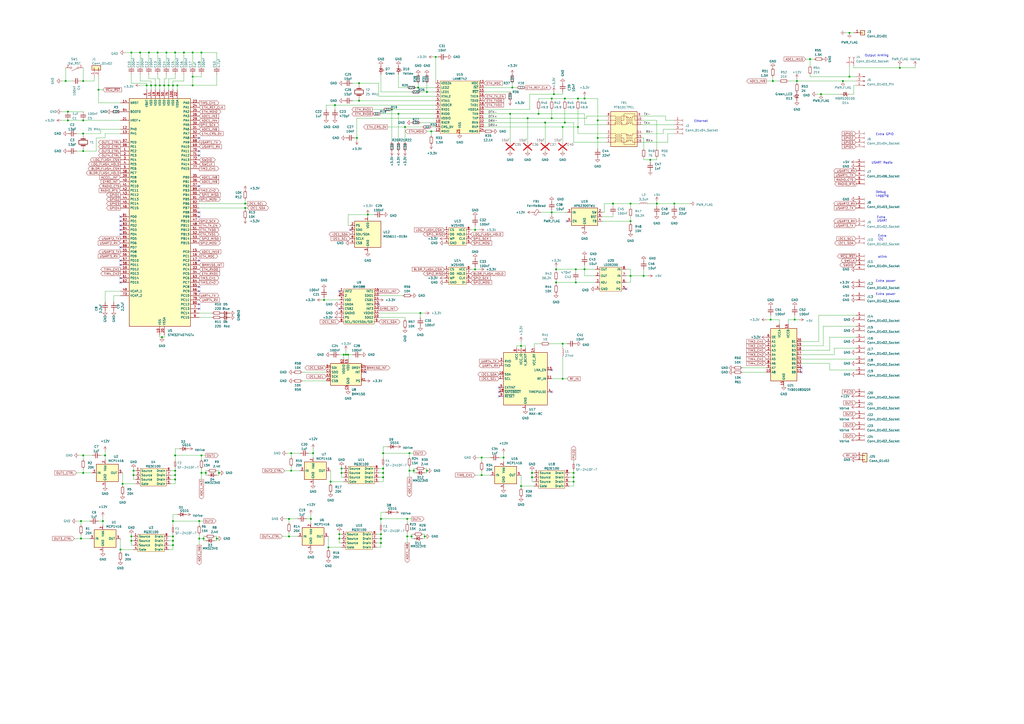
<source format=kicad_sch>
(kicad_sch (version 20230121) (generator eeschema)
  (paper "A2")
  (junction (at 292.1 265.43))
  (junction (at 247.65 53.34))
  (junction (at 295.91 66.04))
  (junction (at 115.57 312.42))
  (junction (at 297.18 50.8))
  (junction (at 320.04 57.15))
  (junction (at 448.31 46.99))
  (junction (at 252.73 33.02))
  (junction (at 334.01 156.21))
  (junction (at 207.01 80.01))
  (junction (at 302.26 200.66))
  (junction (at 46.99 312.42))
  (junction (at 181.61 262.89))
  (junction (at 76.2 313.69))
  (junction (at 90.17 49.53))
  (junction (at 87.63 49.53))
  (junction (at 48.26 77.47))
  (junction (at 381 118.11))
  (junction (at 334.01 163.83))
  (junction (at 116.84 264.16))
  (junction (at 346.71 80.01))
  (junction (at 100.33 302.26))
  (junction (at 196.85 312.42))
  (junction (at 316.23 71.12))
  (junction (at 326.39 199.39))
  (junction (at 101.6 273.05))
  (junction (at 222.25 271.78))
  (junction (at 92.71 49.53))
  (junction (at 327.66 71.12))
  (junction (at 492.76 44.45))
  (junction (at 332.74 276.86))
  (junction (at 332.74 279.4))
  (junction (at 39.37 64.77))
  (junction (at 48.26 264.16))
  (junction (at 81.28 30.48))
  (junction (at 208.28 48.26))
  (junction (at 85.09 49.53))
  (junction (at 302.26 281.94))
  (junction (at 377.19 92.71))
  (junction (at 321.31 54.61))
  (junction (at 237.49 262.89))
  (junction (at 312.42 66.04))
  (junction (at 200.66 205.74))
  (junction (at 461.01 185.42))
  (junction (at 250.19 76.2))
  (junction (at 111.76 49.53))
  (junction (at 111.76 44.45))
  (junction (at 365.76 118.11))
  (junction (at 355.6 118.11))
  (junction (at 101.6 275.59))
  (junction (at 236.22 311.15))
  (junction (at 96.52 30.48))
  (junction (at 101.6 30.48))
  (junction (at 306.07 68.58))
  (junction (at 190.5 317.5))
  (junction (at 279.4 265.43))
  (junction (at 191.77 279.4))
  (junction (at 220.98 312.42))
  (junction (at 187.96 173.99))
  (junction (at 115.57 302.26))
  (junction (at 213.36 124.46))
  (junction (at 275.59 133.35))
  (junction (at 142.24 120.65))
  (junction (at 365.76 160.02))
  (junction (at 194.31 60.96))
  (junction (at 236.22 300.99))
  (junction (at 488.95 46.99))
  (junction (at 95.25 49.53))
  (junction (at 339.09 156.21))
  (junction (at 227.33 63.5))
  (junction (at 201.93 205.74))
  (junction (at 332.74 274.32))
  (junction (at 198.12 271.78))
  (junction (at 320.04 68.58))
  (junction (at 373.38 160.02))
  (junction (at 48.26 46.99))
  (junction (at 196.85 309.88))
  (junction (at 102.87 49.53))
  (junction (at 447.04 185.42))
  (junction (at 222.25 276.86))
  (junction (at 198.12 274.32))
  (junction (at 48.26 69.85))
  (junction (at 38.1 46.99))
  (junction (at 220.98 314.96))
  (junction (at 142.24 118.11))
  (junction (at 168.91 273.05))
  (junction (at 91.44 30.48))
  (junction (at 48.26 87.63))
  (junction (at 242.57 50.8))
  (junction (at 243.84 181.61))
  (junction (at 327.66 57.15))
  (junction (at 116.84 30.48))
  (junction (at 220.98 309.88))
  (junction (at 335.28 57.15))
  (junction (at 168.91 262.89))
  (junction (at 111.76 30.48))
  (junction (at 101.6 278.13))
  (junction (at 247.65 273.05))
  (junction (at 77.47 275.59))
  (junction (at 106.68 30.48))
  (junction (at 57.15 52.07))
  (junction (at 237.49 273.05))
  (junction (at 100.33 313.69))
  (junction (at 199.39 205.74))
  (junction (at 208.28 58.42))
  (junction (at 100.33 316.23))
  (junction (at 339.09 57.15))
  (junction (at 59.69 302.26))
  (junction (at 60.96 264.16))
  (junction (at 322.58 163.83))
  (junction (at 77.47 273.05))
  (junction (at 167.64 311.15))
  (junction (at 279.4 275.59))
  (junction (at 46.99 302.26))
  (junction (at 86.36 30.48))
  (junction (at 521.97 39.37))
  (junction (at 335.28 73.66))
  (junction (at 220.98 300.99))
  (junction (at 492.76 19.05))
  (junction (at 246.38 311.15))
  (junction (at 476.25 54.61))
  (junction (at 76.2 311.15))
  (junction (at 222.25 262.89))
  (junction (at 100.33 311.15))
  (junction (at 97.79 49.53))
  (junction (at 275.59 156.21))
  (junction (at 469.9 34.29))
  (junction (at 48.26 274.32))
  (junction (at 116.84 274.32))
  (junction (at 308.61 274.32))
  (junction (at 234.95 73.66))
  (junction (at 346.71 69.85))
  (junction (at 101.6 264.16))
  (junction (at 119.38 274.32))
  (junction (at 365.76 128.27))
  (junction (at 391.16 118.11))
  (junction (at 100.33 49.53))
  (junction (at 125.73 312.42))
  (junction (at 69.85 318.77))
  (junction (at 39.37 69.85))
  (junction (at 326.39 73.66))
  (junction (at 180.34 300.99))
  (junction (at 167.64 300.99))
  (junction (at 222.25 274.32))
  (junction (at 76.2 30.48))
  (junction (at 118.11 312.42))
  (junction (at 231.14 66.04))
  (junction (at 308.61 276.86))
  (junction (at 320.04 123.19))
  (junction (at 238.76 311.15))
  (junction (at 240.03 273.05))
  (junction (at 322.58 156.21))
  (junction (at 127 274.32))
  (junction (at 71.12 280.67))
  (junction (at 326.39 219.71))
  (junction (at 462.28 46.99))
  (junction (at 93.98 195.58))
  (no_connect (at 115.57 168.91))
  (no_connect (at 289.56 227.33))
  (no_connect (at 196.85 168.91))
  (no_connect (at 69.85 143.51))
  (no_connect (at 212.09 215.9))
  (no_connect (at 115.57 87.63))
  (no_connect (at 289.56 229.87))
  (no_connect (at 289.56 224.79))
  (no_connect (at 69.85 153.67))
  (no_connect (at 115.57 151.13))
  (no_connect (at 69.85 161.29))
  (no_connect (at 115.57 107.95))
  (no_connect (at 320.04 214.63))
  (no_connect (at 69.85 163.83))
  (no_connect (at 115.57 123.19))
  (no_connect (at 69.85 128.27))
  (no_connect (at 115.57 125.73))
  (no_connect (at 69.85 130.81))
  (no_connect (at 328.93 128.27))
  (no_connect (at 464.82 215.9))
  (no_connect (at 203.2 133.35))
  (no_connect (at 219.71 176.53))
  (no_connect (at 115.57 179.07))
  (no_connect (at 196.85 179.07))
  (no_connect (at 69.85 151.13))
  (no_connect (at 69.85 125.73))
  (no_connect (at 363.22 167.64))
  (no_connect (at 69.85 133.35))
  (no_connect (at 69.85 135.89))
  (no_connect (at 115.57 166.37))
  (no_connect (at 115.57 176.53))
  (no_connect (at 115.57 90.17))
  (no_connect (at 320.04 227.33))
  (no_connect (at 464.82 213.36))
  (no_connect (at 115.57 80.01))
  (wire (pts (xy 472.44 34.29) (xy 469.9 34.29)))
  (wire (pts (xy 57.15 52.07) (xy 57.15 59.69)))
  (wire (pts (xy 115.57 312.42) (xy 118.11 312.42)))
  (wire (pts (xy 71.12 280.67) (xy 71.12 281.94)))
  (wire (pts (xy 372.11 67.31) (xy 386.08 67.31)))
  (wire (pts (xy 363.22 163.83) (xy 365.76 163.83)))
  (wire (pts (xy 521.97 38.1) (xy 521.97 39.37)))
  (wire (pts (xy 190.5 317.5) (xy 198.12 317.5)))
  (wire (pts (xy 35.56 69.85) (xy 39.37 69.85)))
  (wire (pts (xy 373.38 160.02) (xy 365.76 160.02)))
  (wire (pts (xy 91.44 30.48) (xy 96.52 30.48)))
  (wire (pts (xy 90.17 45.72) (xy 86.36 45.72)))
  (wire (pts (xy 355.6 125.73) (xy 355.6 124.46)))
  (wire (pts (xy 231.14 50.8) (xy 236.22 50.8)))
  (wire (pts (xy 177.8 300.99) (xy 180.34 300.99)))
  (wire (pts (xy 346.71 80.01) (xy 346.71 69.85)))
  (wire (pts (xy 332.74 71.12) (xy 332.74 82.55)))
  (wire (pts (xy 481.33 203.2) (xy 481.33 195.58)))
  (wire (pts (xy 95.25 49.53) (xy 95.25 45.72)))
  (wire (pts (xy 247.65 48.26) (xy 247.65 53.34)))
  (wire (pts (xy 57.15 52.07) (xy 59.69 52.07)))
  (wire (pts (xy 38.1 39.37) (xy 38.1 46.99)))
  (wire (pts (xy 481.33 214.63) (xy 496.57 214.63)))
  (wire (pts (xy 48.26 87.63) (xy 48.26 86.36)))
  (wire (pts (xy 111.76 44.45) (xy 111.76 43.18)))
  (wire (pts (xy 97.79 49.53) (xy 97.79 52.07)))
  (wire (pts (xy 373.38 156.21) (xy 373.38 160.02)))
  (wire (pts (xy 222.25 259.08) (xy 224.79 259.08)))
  (wire (pts (xy 302.26 275.59) (xy 302.26 281.94)))
  (wire (pts (xy 191.77 279.4) (xy 199.39 279.4)))
  (wire (pts (xy 275.59 275.59) (xy 279.4 275.59)))
  (wire (pts (xy 196.85 308.61) (xy 196.85 309.88)))
  (wire (pts (xy 224.79 73.66) (xy 234.95 73.66)))
  (wire (pts (xy 320.04 57.15) (xy 327.66 57.15)))
  (wire (pts (xy 219.71 274.32) (xy 222.25 274.32)))
  (wire (pts (xy 307.34 54.61) (xy 321.31 54.61)))
  (wire (pts (xy 332.74 273.05) (xy 332.74 274.32)))
  (wire (pts (xy 461.01 185.42) (xy 463.55 185.42)))
  (wire (pts (xy 312.42 63.5) (xy 312.42 66.04)))
  (wire (pts (xy 87.63 49.53) (xy 90.17 49.53)))
  (wire (pts (xy 381 118.11) (xy 381 119.38)))
  (wire (pts (xy 335.28 73.66) (xy 335.28 77.47)))
  (wire (pts (xy 350.52 123.19) (xy 350.52 118.11)))
  (wire (pts (xy 332.74 274.32) (xy 332.74 276.86)))
  (wire (pts (xy 204.47 58.42) (xy 208.28 58.42)))
  (wire (pts (xy 201.93 205.74) (xy 204.47 205.74)))
  (wire (pts (xy 101.6 45.72) (xy 97.79 45.72)))
  (wire (pts (xy 196.85 312.42) (xy 198.12 312.42)))
  (wire (pts (xy 213.36 124.46) (xy 217.17 124.46)))
  (wire (pts (xy 69.85 59.69) (xy 57.15 59.69)))
  (wire (pts (xy 252.73 33.02) (xy 254 33.02)))
  (wire (pts (xy 116.84 271.78) (xy 116.84 274.32)))
  (wire (pts (xy 242.57 50.8) (xy 242.57 48.26)))
  (wire (pts (xy 373.38 80.01) (xy 372.11 80.01)))
  (wire (pts (xy 242.57 50.8) (xy 252.73 50.8)))
  (wire (pts (xy 220.98 53.34) (xy 220.98 43.18)))
  (wire (pts (xy 101.6 30.48) (xy 106.68 30.48)))
  (wire (pts (xy 332.74 82.55) (xy 351.79 82.55)))
  (wire (pts (xy 59.69 302.26) (xy 59.69 304.8)))
  (wire (pts (xy 201.93 130.81) (xy 203.2 130.81)))
  (wire (pts (xy 373.38 92.71) (xy 377.19 92.71)))
  (wire (pts (xy 320.04 68.58) (xy 320.04 63.5)))
  (wire (pts (xy 166.37 262.89) (xy 168.91 262.89)))
  (wire (pts (xy 120.65 273.05) (xy 119.38 273.05)))
  (wire (pts (xy 246.38 181.61) (xy 243.84 181.61)))
  (wire (pts (xy 76.2 309.88) (xy 76.2 311.15)))
  (wire (pts (xy 86.36 30.48) (xy 91.44 30.48)))
  (wire (pts (xy 39.37 64.77) (xy 48.26 64.77)))
  (wire (pts (xy 334.01 156.21) (xy 339.09 156.21)))
  (wire (pts (xy 220.98 317.5) (xy 218.44 317.5)))
  (wire (pts (xy 48.26 87.63) (xy 55.88 87.63)))
  (wire (pts (xy 97.79 45.72) (xy 97.79 49.53)))
  (wire (pts (xy 69.85 318.77) (xy 69.85 320.04)))
  (wire (pts (xy 57.15 302.26) (xy 59.69 302.26)))
  (wire (pts (xy 181.61 262.89) (xy 181.61 265.43)))
  (wire (pts (xy 280.67 63.5) (xy 307.34 63.5)))
  (wire (pts (xy 246.38 271.78) (xy 247.65 271.78)))
  (wire (pts (xy 99.06 278.13) (xy 101.6 278.13)))
  (wire (pts (xy 237.49 262.89) (xy 237.49 265.43)))
  (wire (pts (xy 106.68 30.48) (xy 111.76 30.48)))
  (wire (pts (xy 386.08 67.31) (xy 386.08 69.85)))
  (wire (pts (xy 322.58 156.21) (xy 322.58 157.48)))
  (wire (pts (xy 297.18 48.26) (xy 297.18 50.8)))
  (wire (pts (xy 349.25 125.73) (xy 355.6 125.73)))
  (wire (pts (xy 326.39 73.66) (xy 335.28 73.66)))
  (wire (pts (xy 44.45 274.32) (xy 48.26 274.32)))
  (wire (pts (xy 222.25 259.08) (xy 222.25 262.89)))
  (wire (pts (xy 312.42 66.04) (xy 339.09 66.04)))
  (wire (pts (xy 326.39 73.66) (xy 326.39 82.55)))
  (wire (pts (xy 381 69.85) (xy 372.11 69.85)))
  (wire (pts (xy 477.52 189.23) (xy 496.57 189.23)))
  (wire (pts (xy 38.1 46.99) (xy 41.91 46.99)))
  (wire (pts (xy 77.47 278.13) (xy 78.74 278.13)))
  (wire (pts (xy 100.33 298.45) (xy 100.33 302.26)))
  (wire (pts (xy 349.25 123.19) (xy 350.52 123.19)))
  (wire (pts (xy 187.96 173.99) (xy 187.96 172.72)))
  (wire (pts (xy 100.33 318.77) (xy 97.79 318.77)))
  (wire (pts (xy 327.66 57.15) (xy 335.28 57.15)))
  (wire (pts (xy 200.66 205.74) (xy 199.39 205.74)))
  (wire (pts (xy 335.28 77.47) (xy 351.79 77.47)))
  (wire (pts (xy 295.91 66.04) (xy 312.42 66.04)))
  (wire (pts (xy 116.84 264.16) (xy 116.84 266.7)))
  (wire (pts (xy 91.44 30.48) (xy 91.44 38.1)))
  (wire (pts (xy 365.76 163.83) (xy 365.76 160.02)))
  (wire (pts (xy 198.12 270.51) (xy 198.12 271.78)))
  (wire (pts (xy 316.23 71.12) (xy 316.23 82.55)))
  (wire (pts (xy 71.12 274.32) (xy 71.12 280.67)))
  (wire (pts (xy 60.96 77.47) (xy 69.85 77.47)))
  (wire (pts (xy 77.47 273.05) (xy 77.47 275.59)))
  (wire (pts (xy 375.92 118.11) (xy 381 118.11)))
  (wire (pts (xy 240.03 273.05) (xy 240.03 274.32)))
  (wire (pts (xy 339.09 57.15) (xy 339.09 55.88)))
  (wire (pts (xy 481.33 195.58) (xy 496.57 195.58)))
  (wire (pts (xy 92.71 45.72) (xy 91.44 45.72)))
  (wire (pts (xy 302.26 200.66) (xy 302.26 201.93)))
  (wire (pts (xy 377.19 92.71) (xy 377.19 93.98)))
  (wire (pts (xy 346.71 69.85) (xy 346.71 57.15)))
  (wire (pts (xy 101.6 264.16) (xy 101.6 266.7)))
  (wire (pts (xy 320.04 123.19) (xy 320.04 121.92)))
  (wire (pts (xy 492.76 44.45) (xy 496.57 44.45)))
  (wire (pts (xy 495.3 39.37) (xy 495.3 38.1)))
  (wire (pts (xy 118.11 313.69) (xy 119.38 313.69)))
  (wire (pts (xy 247.65 76.2) (xy 250.19 76.2)))
  (wire (pts (xy 238.76 311.15) (xy 238.76 312.42)))
  (wire (pts (xy 220.98 312.42) (xy 220.98 314.96)))
  (wire (pts (xy 372.11 72.39) (xy 391.16 72.39)))
  (wire (pts (xy 320.04 219.71) (xy 326.39 219.71)))
  (wire (pts (xy 381 118.11) (xy 391.16 118.11)))
  (wire (pts (xy 391.16 118.11) (xy 391.16 119.38)))
  (wire (pts (xy 187.96 173.99) (xy 186.69 173.99)))
  (wire (pts (xy 204.47 48.26) (xy 208.28 48.26)))
  (wire (pts (xy 201.93 208.28) (xy 201.93 205.74)))
  (wire (pts (xy 461.01 182.88) (xy 461.01 185.42)))
  (wire (pts (xy 44.45 77.47) (xy 48.26 77.47)))
  (wire (pts (xy 220.98 300.99) (xy 236.22 300.99)))
  (wire (pts (xy 289.56 265.43) (xy 292.1 265.43)))
  (wire (pts (xy 198.12 309.88) (xy 196.85 309.88)))
  (wire (pts (xy 100.33 313.69) (xy 100.33 316.23)))
  (wire (pts (xy 180.34 300.99) (xy 180.34 298.45)))
  (wire (pts (xy 234.95 73.66) (xy 245.11 73.66)))
  (wire (pts (xy 220.98 297.18) (xy 220.98 300.99)))
  (wire (pts (xy 381 91.44) (xy 381 92.71)))
  (wire (pts (xy 326.39 201.93) (xy 326.39 199.39)))
  (wire (pts (xy 72.39 30.48) (xy 76.2 30.48)))
  (wire (pts (xy 495.3 49.53) (xy 495.3 54.61)))
  (wire (pts (xy 199.39 208.28) (xy 199.39 205.74)))
  (wire (pts (xy 35.56 64.77) (xy 39.37 64.77)))
  (wire (pts (xy 372.11 82.55) (xy 387.35 82.55)))
  (wire (pts (xy 101.6 275.59) (xy 101.6 278.13)))
  (wire (pts (xy 208.28 58.42) (xy 252.73 58.42)))
  (wire (pts (xy 240.03 262.89) (xy 237.49 262.89)))
  (wire (pts (xy 100.33 49.53) (xy 100.33 46.99)))
  (wire (pts (xy 100.33 302.26) (xy 115.57 302.26)))
  (wire (pts (xy 198.12 274.32) (xy 198.12 276.86)))
  (wire (pts (xy 322.58 163.83) (xy 322.58 165.1)))
  (wire (pts (xy 276.86 265.43) (xy 279.4 265.43)))
  (wire (pts (xy 386.08 69.85) (xy 391.16 69.85)))
  (wire (pts (xy 60.96 168.91) (xy 60.96 175.26)))
  (wire (pts (xy 95.25 45.72) (xy 96.52 45.72)))
  (wire (pts (xy 101.6 271.78) (xy 101.6 273.05)))
  (wire (pts (xy 119.38 275.59) (xy 120.65 275.59)))
  (wire (pts (xy 69.85 312.42) (xy 69.85 318.77)))
  (wire (pts (xy 85.09 49.53) (xy 87.63 49.53)))
  (wire (pts (xy 322.58 156.21) (xy 334.01 156.21)))
  (wire (pts (xy 87.63 49.53) (xy 87.63 46.99)))
  (wire (pts (xy 222.25 271.78) (xy 222.25 274.32)))
  (wire (pts (xy 243.84 53.34) (xy 247.65 53.34)))
  (wire (pts (xy 237.49 270.51) (xy 237.49 273.05)))
  (wire (pts (xy 473.71 54.61) (xy 476.25 54.61)))
  (wire (pts (xy 530.86 39.37) (xy 521.97 39.37)))
  (wire (pts (xy 198.12 276.86) (xy 199.39 276.86)))
  (wire (pts (xy 452.12 187.96) (xy 452.12 185.42)))
  (wire (pts (xy 96.52 30.48) (xy 96.52 38.1)))
  (wire (pts (xy 464.82 198.12) (xy 474.98 198.12)))
  (wire (pts (xy 189.23 60.96) (xy 194.31 60.96)))
  (wire (pts (xy 219.71 184.15) (xy 234.95 184.15)))
  (wire (pts (xy 57.15 44.45) (xy 57.15 52.07)))
  (wire (pts (xy 87.63 46.99) (xy 81.28 46.99)))
  (wire (pts (xy 304.8 200.66) (xy 302.26 200.66)))
  (wire (pts (xy 327.66 71.12) (xy 327.66 63.5)))
  (wire (pts (xy 198.12 274.32) (xy 199.39 274.32)))
  (wire (pts (xy 115.57 184.15) (xy 123.19 184.15)))
  (wire (pts (xy 101.6 280.67) (xy 99.06 280.67)))
  (wire (pts (xy 54.61 46.99) (xy 48.26 46.99)))
  (wire (pts (xy 279.4 267.97) (xy 279.4 265.43)))
  (wire (pts (xy 308.61 279.4) (xy 309.88 279.4)))
  (wire (pts (xy 252.73 55.88) (xy 219.71 55.88)))
  (wire (pts (xy 312.42 57.15) (xy 320.04 57.15)))
  (wire (pts (xy 196.85 312.42) (xy 196.85 314.96)))
  (wire (pts (xy 316.23 71.12) (xy 327.66 71.12)))
  (wire (pts (xy 302.26 200.66) (xy 302.26 198.12)))
  (wire (pts (xy 464.82 205.74) (xy 483.87 205.74)))
  (wire (pts (xy 111.76 30.48) (xy 116.84 30.48)))
  (wire (pts (xy 127 273.05) (xy 127 274.32)))
  (wire (pts (xy 430.53 213.36) (xy 444.5 213.36)))
  (wire (pts (xy 100.33 309.88) (xy 100.33 311.15)))
  (wire (pts (xy 464.82 208.28) (xy 496.57 208.28)))
  (wire (pts (xy 127 275.59) (xy 127 274.32)))
  (wire (pts (xy 469.9 43.18) (xy 469.9 44.45)))
  (wire (pts (xy 85.09 49.53) (xy 85.09 48.26)))
  (wire (pts (xy 207.01 80.01) (xy 207.01 68.58)))
  (wire (pts (xy 58.42 74.93) (xy 69.85 74.93)))
  (wire (pts (xy 92.71 49.53) (xy 92.71 52.07)))
  (wire (pts (xy 96.52 45.72) (xy 96.52 43.18)))
  (wire (pts (xy 219.71 181.61) (xy 243.84 181.61)))
  (wire (pts (xy 246.38 274.32) (xy 247.65 274.32)))
  (wire (pts (xy 219.71 271.78) (xy 222.25 271.78)))
  (wire (pts (xy 90.17 49.53) (xy 92.71 49.53)))
  (wire (pts (xy 48.26 77.47) (xy 58.42 77.47)))
  (wire (pts (xy 220.98 66.04) (xy 231.14 66.04)))
  (wire (pts (xy 81.28 49.53) (xy 85.09 49.53)))
  (wire (pts (xy 236.22 311.15) (xy 238.76 311.15)))
  (wire (pts (xy 118.11 312.42) (xy 118.11 313.69)))
  (wire (pts (xy 106.68 46.99) (xy 106.68 43.18)))
  (wire (pts (xy 381 92.71) (xy 377.19 92.71)))
  (wire (pts (xy 200.66 205.74) (xy 201.93 205.74)))
  (wire (pts (xy 101.6 43.18) (xy 101.6 45.72)))
  (wire (pts (xy 196.85 314.96) (xy 198.12 314.96)))
  (wire (pts (xy 190.5 311.15) (xy 190.5 317.5)))
  (wire (pts (xy 373.38 86.36) (xy 373.38 80.01)))
  (wire (pts (xy 116.84 30.48) (xy 116.84 38.1)))
  (wire (pts (xy 280.67 71.12) (xy 316.23 71.12)))
  (wire (pts (xy 115.57 120.65) (xy 142.24 120.65)))
  (wire (pts (xy 181.61 262.89) (xy 181.61 260.35)))
  (wire (pts (xy 384.81 77.47) (xy 384.81 74.93)))
  (wire (pts (xy 90.17 49.53) (xy 90.17 52.07)))
  (wire (pts (xy 125.73 38.1) (xy 125.73 30.48)))
  (wire (pts (xy 168.91 262.89) (xy 173.99 262.89)))
  (wire (pts (xy 355.6 118.11) (xy 365.76 118.11)))
  (wire (pts (xy 95.25 49.53) (xy 95.25 52.07)))
  (wire (pts (xy 373.38 91.44) (xy 373.38 92.71)))
  (wire (pts (xy 490.22 19.05) (xy 492.76 19.05)))
  (wire (pts (xy 116.84 274.32) (xy 116.84 278.13)))
  (wire (pts (xy 91.44 45.72) (xy 91.44 43.18)))
  (wire (pts (xy 97.79 316.23) (xy 100.33 316.23)))
  (wire (pts (xy 231.14 82.55) (xy 231.14 66.04)))
  (wire (pts (xy 302.26 281.94) (xy 302.26 283.21)))
  (wire (pts (xy 231.14 43.18) (xy 231.14 50.8)))
  (wire (pts (xy 322.58 154.94) (xy 322.58 156.21)))
  (wire (pts (xy 236.22 311.15) (xy 236.22 314.96)))
  (wire (pts (xy 86.36 45.72) (xy 86.36 43.18)))
  (wire (pts (xy 48.26 266.7) (xy 48.26 264.16)))
  (wire (pts (xy 207.01 80.01) (xy 207.01 81.28)))
  (wire (pts (xy 175.26 215.9) (xy 189.23 215.9)))
  (wire (pts (xy 111.76 44.45) (xy 116.84 44.45)))
  (wire (pts (xy 101.6 30.48) (xy 101.6 38.1)))
  (wire (pts (xy 330.2 274.32) (xy 332.74 274.32)))
  (wire (pts (xy 462.28 46.99) (xy 488.95 46.99)))
  (wire (pts (xy 351.79 69.85) (xy 346.71 69.85)))
  (wire (pts (xy 355.6 118.11) (xy 355.6 119.38)))
  (wire (pts (xy 448.31 46.99) (xy 452.12 46.99)))
  (wire (pts (xy 351.79 80.01) (xy 346.71 80.01)))
  (wire (pts (xy 345.44 160.02) (xy 339.09 160.02)))
  (wire (pts (xy 201.93 124.46) (xy 201.93 130.81)))
  (wire (pts (xy 381 116.84) (xy 381 118.11)))
  (wire (pts (xy 124.46 313.69) (xy 125.73 313.69)))
  (wire (pts (xy 447.04 185.42) (xy 447.04 182.88)))
  (wire (pts (xy 322.58 162.56) (xy 322.58 163.83)))
  (wire (pts (xy 142.24 120.65) (xy 143.51 120.65)))
  (wire (pts (xy 246.38 312.42) (xy 246.38 311.15)))
  (wire (pts (xy 279.4 265.43) (xy 284.48 265.43)))
  (wire (pts (xy 60.96 80.01) (xy 60.96 77.47)))
  (wire (pts (xy 76.2 30.48) (xy 81.28 30.48)))
  (wire (pts (xy 115.57 309.88) (xy 115.57 312.42)))
  (wire (pts (xy 448.31 44.45) (xy 448.31 46.99)))
  (wire (pts (xy 222.25 262.89) (xy 237.49 262.89)))
  (wire (pts (xy 200.66 203.2) (xy 200.66 205.74)))
  (wire (pts (xy 55.88 80.01) (xy 60.96 80.01)))
  (wire (pts (xy 76.2 311.15) (xy 76.2 313.69)))
  (wire (pts (xy 101.6 260.35) (xy 104.14 260.35)))
  (wire (pts (xy 251.46 33.02) (xy 252.73 33.02)))
  (wire (pts (xy 247.65 53.34) (xy 252.73 53.34)))
  (wire (pts (xy 245.11 309.88) (xy 246.38 309.88)))
  (wire (pts (xy 118.11 311.15) (xy 118.11 312.42)))
  (wire (pts (xy 100.33 46.99) (xy 106.68 46.99)))
  (wire (pts (xy 326.39 199.39) (xy 318.77 199.39)))
  (wire (pts (xy 191.77 273.05) (xy 191.77 279.4)))
  (wire (pts (xy 469.9 44.45) (xy 492.76 44.45)))
  (wire (pts (xy 241.3 50.8) (xy 242.57 50.8)))
  (wire (pts (xy 462.28 46.99) (xy 462.28 48.26)))
  (wire (pts (xy 116.84 274.32) (xy 119.38 274.32)))
  (wire (pts (xy 48.26 274.32) (xy 48.26 271.78)))
  (wire (pts (xy 275.59 156.21) (xy 278.13 156.21)))
  (wire (pts (xy 222.25 279.4) (xy 219.71 279.4)))
  (wire (pts (xy 530.86 38.1) (xy 530.86 39.37)))
  (wire (pts (xy 92.71 49.53) (xy 95.25 49.53)))
  (wire (pts (xy 219.71 171.45) (xy 233.68 171.45)))
  (wire (pts (xy 292.1 265.43) (xy 292.1 262.89)))
  (wire (pts (xy 312.42 58.42) (xy 312.42 57.15)))
  (wire (pts (xy 100.33 316.23) (xy 100.33 318.77)))
  (wire (pts (xy 250.19 73.66) (xy 252.73 73.66)))
  (wire (pts (xy 44.45 87.63) (xy 48.26 87.63)))
  (wire (pts (xy 492.76 19.05) (xy 495.3 19.05)))
  (wire (pts (xy 92.71 194.31) (xy 92.71 195.58)))
  (wire (pts (xy 86.36 30.48) (xy 86.36 38.1)))
  (wire (pts (xy 238.76 312.42) (xy 240.03 312.42)))
  (wire (pts (xy 208.28 48.26) (xy 208.28 49.53)))
  (wire (pts (xy 194.31 60.96) (xy 194.31 63.5)))
  (wire (pts (xy 240.03 271.78) (xy 240.03 273.05)))
  (wire (pts (xy 35.56 46.99) (xy 38.1 46.99)))
  (wire (pts (xy 464.82 203.2) (xy 481.33 203.2)))
  (wire (pts (xy 167.64 303.53) (xy 167.64 300.99)))
  (wire (pts (xy 106.68 30.48) (xy 106.68 38.1)))
  (wire (pts (xy 492.76 38.1) (xy 492.76 44.45)))
  (wire (pts (xy 115.57 118.11) (xy 142.24 118.11)))
  (wire (pts (xy 365.76 128.27) (xy 365.76 129.54)))
  (wire (pts (xy 306.07 68.58) (xy 306.07 82.55)))
  (wire (pts (xy 167.64 311.15) (xy 167.64 308.61)))
  (wire (pts (xy 332.74 276.86) (xy 332.74 279.4)))
  (wire (pts (xy 340.36 67.31) (xy 351.79 67.31)))
  (wire (pts (xy 76.2 316.23) (xy 77.47 316.23)))
  (wire (pts (xy 332.74 281.94) (xy 330.2 281.94)))
  (wire (pts (xy 60.96 264.16) (xy 60.96 266.7)))
  (wire (pts (xy 372.11 77.47) (xy 384.81 77.47)))
  (wire (pts (xy 234.95 184.15) (xy 234.95 185.42)))
  (wire (pts (xy 179.07 262.89) (xy 181.61 262.89)))
  (wire (pts (xy 457.2 185.42) (xy 461.01 185.42)))
  (wire (pts (xy 488.95 46.99) (xy 496.57 46.99)))
  (wire (pts (xy 90.17 49.53) (xy 90.17 45.72)))
  (wire (pts (xy 320.04 123.19) (xy 320.04 124.46)))
  (wire (pts (xy 327.66 57.15) (xy 327.66 58.42)))
  (wire (pts (xy 334.01 162.56) (xy 334.01 163.83)))
  (wire (pts (xy 302.26 281.94) (xy 309.88 281.94)))
  (wire (pts (xy 222.25 262.89) (xy 222.25 265.43)))
  (wire (pts (xy 101.6 278.13) (xy 101.6 280.67)))
  (wire (pts (xy 339.09 156.21) (xy 339.09 153.67)))
  (wire (pts (xy 320.04 68.58) (xy 340.36 68.58)))
  (wire (pts (xy 495.3 39.37) (xy 521.97 39.37)))
  (wire (pts (xy 207.01 68.58) (xy 252.73 68.58)))
  (wire (pts (xy 220.98 314.96) (xy 220.98 317.5)))
  (wire (pts (xy 55.88 87.63) (xy 55.88 80.01)))
  (wire (pts (xy 48.26 39.37) (xy 48.26 46.99)))
  (wire (pts (xy 245.11 312.42) (xy 246.38 312.42)))
  (wire (pts (xy 46.99 304.8) (xy 46.99 302.26)))
  (wire (pts (xy 220.98 308.61) (xy 220.98 309.88)))
  (wire (pts (xy 237.49 273.05) (xy 237.49 276.86)))
  (wire (pts (xy 48.26 46.99) (xy 46.99 46.99)))
  (wire (pts (xy 215.9 63.5) (xy 222.25 63.5)))
  (wire (pts (xy 100.33 302.26) (xy 100.33 304.8)))
  (wire (pts (xy 464.82 200.66) (xy 477.52 200.66)))
  (wire (pts (xy 81.28 30.48) (xy 81.28 38.1)))
  (wire (pts (xy 39.37 69.85) (xy 48.26 69.85)))
  (wire (pts (xy 363.22 156.21) (xy 365.76 156.21)))
  (wire (pts (xy 246.38 309.88) (xy 246.38 311.15)))
  (wire (pts (xy 81.28 30.48) (xy 86.36 30.48)))
  (wire (pts (xy 115.57 181.61) (xy 123.19 181.61)))
  (wire (pts (xy 180.34 300.99) (xy 180.34 303.53)))
  (wire (pts (xy 350.52 118.11) (xy 355.6 118.11)))
  (wire (pts (xy 85.09 49.53) (xy 85.09 52.07)))
  (wire (pts (xy 97.79 311.15) (xy 100.33 311.15)))
  (wire (pts (xy 220.98 53.34) (xy 238.76 53.34)))
  (wire (pts (xy 78.74 273.05) (xy 77.47 273.05)))
  (wire (pts (xy 326.39 54.61) (xy 326.39 53.34)))
  (wire (pts (xy 477.52 200.66) (xy 477.52 189.23)))
  (wire (pts (xy 444.5 185.42) (xy 447.04 185.42)))
  (wire (pts (xy 54.61 44.45) (xy 54.61 46.99)))
  (wire (pts (xy 339.09 160.02) (xy 339.09 156.21)))
  (wire (pts (xy 320.04 123.19) (xy 328.93 123.19)))
  (wire (pts (xy 77.47 275.59) (xy 77.47 278.13)))
  (wire (pts (xy 96.52 30.48) (xy 101.6 30.48)))
  (wire (pts (xy 243.84 181.61) (xy 243.84 184.15)))
  (wire (pts (xy 198.12 271.78) (xy 198.12 274.32)))
  (wire (pts (xy 363.22 160.02) (xy 365.76 160.02)))
  (wire (pts (xy 167.64 311.15) (xy 172.72 311.15)))
  (wire (pts (xy 275.59 154.94) (xy 275.59 156.21)))
  (wire (pts (xy 332.74 279.4) (xy 332.74 281.94)))
  (wire (pts (xy 365.76 128.27) (xy 365.76 125.73)))
  (wire (pts (xy 483.87 201.93) (xy 496.57 201.93)))
  (wire (pts (xy 125.73 313.69) (xy 125.73 312.42)))
  (wire (pts (xy 85.09 48.26) (xy 76.2 48.26)))
  (wire (pts (xy 44.45 302.26) (xy 46.99 302.26)))
  (wire (pts (xy 218.44 312.42) (xy 220.98 312.42)))
  (wire (pts (xy 167.64 300.99) (xy 172.72 300.99)))
  (wire (pts (xy 48.26 69.85) (xy 69.85 69.85)))
  (wire (pts (xy 387.35 82.55) (xy 387.35 77.47)))
  (wire (pts (xy 95.25 49.53) (xy 97.79 49.53)))
  (wire (pts (xy 165.1 273.05) (xy 168.91 273.05)))
  (wire (pts (xy 326.39 219.71) (xy 328.93 219.71)))
  (wire (pts (xy 48.26 274.32) (xy 53.34 274.32)))
  (wire (pts (xy 297.18 50.8) (xy 299.72 50.8)))
  (wire (pts (xy 346.71 80.01) (xy 346.71 86.36)))
  (wire (pts (xy 115.57 312.42) (xy 115.57 316.23)))
  (wire (pts (xy 391.16 118.11) (xy 400.05 118.11)))
  (wire (pts (xy 247.65 274.32) (xy 247.65 273.05)))
  (wire (pts (xy 476.25 54.61) (xy 487.68 54.61)))
  (wire (pts (xy 213.36 124.46) (xy 201.93 124.46)))
  (wire (pts (xy 345.44 156.21) (xy 339.09 156.21)))
  (wire (pts (xy 457.2 46.99) (xy 462.28 46.99)))
  (wire (pts (xy 219.71 55.88) (xy 219.71 48.26)))
  (wire (pts (xy 222.25 274.32) (xy 222.25 276.86)))
  (wire (pts (xy 196.85 309.88) (xy 196.85 312.42)))
  (wire (pts (xy 220.98 297.18) (xy 223.52 297.18)))
  (wire (pts (xy 208.28 58.42) (xy 208.28 57.15)))
  (wire (pts (xy 111.76 30.48) (xy 111.76 38.1)))
  (wire (pts (xy 273.05 156.21) (xy 275.59 156.21)))
  (wire (pts (xy 236.22 308.61) (xy 236.22 311.15)))
  (wire (pts (xy 100.33 49.53) (xy 100.33 52.07)))
  (wire (pts (xy 220.98 300.99) (xy 220.98 303.53)))
  (wire (pts (xy 111.76 49.53) (xy 111.76 44.45)))
  (wire (pts (xy 99.06 275.59) (xy 101.6 275.59)))
  (wire (pts (xy 237.49 273.05) (xy 240.03 273.05)))
  (wire (pts (xy 452.12 185.42) (xy 447.04 185.42)))
  (wire (pts (xy 240.03 309.88) (xy 238.76 309.88)))
  (wire (pts (xy 320.04 57.15) (xy 320.04 58.42)))
  (wire (pts (xy 100.33 49.53) (xy 102.87 49.53)))
  (wire (pts (xy 102.87 49.53) (xy 111.76 49.53)))
  (wire (pts (xy 119.38 274.32) (xy 119.38 275.59)))
  (wire (pts (xy 327.66 71.12) (xy 332.74 71.12)))
  (wire (pts (xy 60.96 264.16) (xy 60.96 261.62)))
  (wire (pts (xy 81.28 46.99) (xy 81.28 43.18)))
  (wire (pts (xy 334.01 163.83) (xy 345.44 163.83)))
  (wire (pts (xy 481.33 210.82) (xy 481.33 214.63)))
  (wire (pts (xy 218.44 314.96) (xy 220.98 314.96)))
  (wire (pts (xy 43.18 312.42) (xy 46.99 312.42)))
  (wire (pts (xy 119.38 273.05) (xy 119.38 274.32)))
  (wire (pts (xy 234.95 73.66) (xy 234.95 82.55)))
  (wire (pts (xy 102.87 49.53) (xy 102.87 52.07)))
  (wire (pts (xy 92.71 195.58) (xy 93.98 195.58)))
  (wire (pts (xy 191.77 279.4) (xy 191.77 280.67)))
  (wire (pts (xy 335.28 57.15) (xy 335.28 58.42)))
  (wire (pts (xy 339.09 72.39) (xy 351.79 72.39)))
  (wire (pts (xy 77.47 271.78) (xy 77.47 273.05)))
  (wire (pts (xy 273.05 133.35) (xy 275.59 133.35)))
  (wire (pts (xy 76.2 313.69) (xy 76.2 316.23)))
  (wire (pts (xy 308.61 276.86) (xy 308.61 279.4)))
  (wire (pts (xy 334.01 156.21) (xy 334.01 157.48)))
  (wire (pts (xy 292.1 265.43) (xy 292.1 267.97)))
  (wire (pts (xy 326.39 199.39) (xy 328.93 199.39)))
  (wire (pts (xy 495.3 54.61) (xy 492.76 54.61)))
  (wire (pts (xy 125.73 275.59) (xy 127 275.59)))
  (wire (pts (xy 308.61 274.32) (xy 308.61 276.86)))
  (wire (pts (xy 199.39 205.74) (xy 196.85 205.74)))
  (wire (pts (xy 304.8 201.93) (xy 304.8 200.66)))
  (wire (pts (xy 299.72 200.66) (xy 302.26 200.66)))
  (wire (pts (xy 48.26 77.47) (xy 48.26 78.74)))
  (wire (pts (xy 373.38 160.02) (xy 375.92 160.02)))
  (wire (pts (xy 76.2 313.69) (xy 77.47 313.69)))
  (wire (pts (xy 97.79 313.69) (xy 100.33 313.69)))
  (wire (pts (xy 101.6 260.35) (xy 101.6 264.16)))
  (wire (pts (xy 125.73 49.53) (xy 125.73 43.18)))
  (wire (pts (xy 45.72 264.16) (xy 48.26 264.16)))
  (wire (pts (xy 227.33 63.5) (xy 252.73 63.5)))
  (wire (pts (xy 142.24 120.65) (xy 142.24 121.92)))
  (wire (pts (xy 100.33 298.45) (xy 102.87 298.45)))
  (wire (pts (xy 213.36 124.46) (xy 213.36 125.73)))
  (wire (pts (xy 222.25 276.86) (xy 222.25 279.4)))
  (wire (pts (xy 339.09 66.04) (xy 339.09 72.39)))
  (wire (pts (xy 238.76 309.88) (xy 238.76 311.15)))
  (wire (pts (xy 349.25 128.27) (xy 365.76 128.27)))
  (wire (pts (xy 238.76 300.99) (xy 236.22 300.99)))
  (wire (pts (xy 299.72 201.93) (xy 299.72 200.66)))
  (wire (pts (xy 142.24 118.11) (xy 143.51 118.11)))
  (wire (pts (xy 313.69 123.19) (xy 320.04 123.19)))
  (wire (pts (xy 275.59 133.35) (xy 275.59 130.81)))
  (wire (pts (xy 365.76 118.11) (xy 370.84 118.11)))
  (wire (pts (xy 309.88 199.39) (xy 309.88 201.93)))
  (wire (pts (xy 116.84 44.45) (xy 116.84 43.18)))
  (wire (pts (xy 308.61 273.05) (xy 308.61 274.32)))
  (wire (pts (xy 387.35 77.47) (xy 391.16 77.47)))
  (wire (pts (xy 322.58 163.83) (xy 334.01 163.83)))
  (wire (pts (xy 243.84 71.12) (xy 252.73 71.12)))
  (wire (pts (xy 384.81 74.93) (xy 391.16 74.93)))
  (wire (pts (xy 280.67 50.8) (xy 297.18 50.8)))
  (wire (pts (xy 76.2 48.26) (xy 76.2 43.18)))
  (wire (pts (xy 101.6 273.05) (xy 101.6 275.59)))
  (wire (pts (xy 76.2 30.48) (xy 76.2 38.1)))
  (wire (pts (xy 335.28 57.15) (xy 339.09 57.15)))
  (wire (pts (xy 97.79 49.53) (xy 100.33 49.53)))
  (wire (pts (xy 124.46 311.15) (xy 125.73 311.15)))
  (wire (pts (xy 335.28 73.66) (xy 335.28 63.5)))
  (wire (pts (xy 189.23 60.96) (xy 189.23 63.5)))
  (wire (pts (xy 330.2 276.86) (xy 332.74 276.86)))
  (wire (pts (xy 125.73 30.48) (xy 116.84 30.48)))
  (wire (pts (xy 280.67 66.04) (xy 295.91 66.04)))
  (wire (pts (xy 241.3 271.78) (xy 240.03 271.78)))
  (wire (pts (xy 321.31 54.61) (xy 326.39 54.61)))
  (wire (pts (xy 219.71 48.26) (xy 208.28 48.26)))
  (wire (pts (xy 464.82 210.82) (xy 481.33 210.82)))
  (wire (pts (xy 220.98 309.88) (xy 220.98 312.42)))
  (wire (pts (xy 340.36 68.58) (xy 340.36 67.31)))
  (wire (pts (xy 100.33 311.15) (xy 100.33 313.69)))
  (wire (pts (xy 59.69 302.26) (xy 59.69 299.72)))
  (wire (pts (xy 227.33 63.5) (xy 227.33 82.55)))
  (wire (pts (xy 46.99 312.42) (xy 46.99 309.88)))
  (wire (pts (xy 483.87 205.74) (xy 483.87 201.93)))
  (wire (pts (xy 295.91 66.04) (xy 295.91 82.55)))
  (wire (pts (xy 247.65 271.78) (xy 247.65 273.05)))
  (wire (pts (xy 71.12 280.67) (xy 78.74 280.67)))
  (wire (pts (xy 308.61 276.86) (xy 309.88 276.86)))
  (wire (pts (xy 87.63 49.53) (xy 87.63 52.07)))
  (wire (pts (xy 280.67 73.66) (xy 326.39 73.66)))
  (wire (pts (xy 444.5 46.99) (xy 448.31 46.99)))
  (wire (pts (xy 46.99 312.42) (xy 52.07 312.42)))
  (wire (pts (xy 95.25 194.31) (xy 95.25 195.58)))
  (wire (pts (xy 165.1 300.99) (xy 167.64 300.99)))
  (wire (pts (xy 92.71 49.53) (xy 92.71 45.72)))
  (wire (pts (xy 101.6 264.16) (xy 116.84 264.16)))
  (wire (pts (xy 69.85 318.77) (xy 77.47 318.77)))
  (wire (pts (xy 252.73 33.02) (xy 252.73 48.26)))
  (wire (pts (xy 313.69 199.39) (xy 309.88 199.39)))
  (wire (pts (xy 69.85 171.45) (xy 66.04 171.45)))
  (wire (pts (xy 119.38 311.15) (xy 118.11 311.15)))
  (wire (pts (xy 280.67 68.58) (xy 306.07 68.58)))
  (wire (pts (xy 496.57 49.53) (xy 495.3 49.53)))
  (wire (pts (xy 381 86.36) (xy 381 69.85)))
  (wire (pts (xy 99.06 273.05) (xy 101.6 273.05)))
  (wire (pts (xy 469.9 34.29) (xy 469.9 38.1)))
  (wire (pts (xy 346.71 57.15) (xy 339.09 57.15)))
  (wire (pts (xy 58.42 77.47) (xy 58.42 74.93)))
  (wire (pts (xy 199.39 271.78) (xy 198.12 271.78)))
  (wire (pts (xy 250.19 76.2) (xy 250.19 78.74)))
  (wire (pts (xy 175.26 220.98) (xy 189.23 220.98)))
  (wire (pts (xy 467.36 34.29) (xy 469.9 34.29)))
  (wire (pts (xy 365.76 156.21) (xy 365.76 160.02)))
  (wire (pts (xy 111.76 49.53) (xy 125.73 49.53)))
  (wire (pts (xy 218.44 309.88) (xy 220.98 309.88)))
  (wire (pts (xy 309.88 274.32) (xy 308.61 274.32)))
  (wire (pts (xy 190.5 317.5) (xy 190.5 318.77)))
  (wire (pts (xy 118.11 302.26) (xy 115.57 302.26)))
  (wire (pts (xy 168.91 273.05) (xy 168.91 270.51)))
  (wire (pts (xy 365.76 118.11) (xy 365.76 120.65)))
  (wire (pts (xy 125.73 273.05) (xy 127 273.05)))
  (wire (pts (xy 231.14 66.04) (xy 252.73 66.04)))
  (wire (pts (xy 77.47 275.59) (xy 78.74 275.59)))
  (wire (pts (xy 457.2 187.96) (xy 457.2 185.42)))
  (wire (pts (xy 279.4 275.59) (xy 284.48 275.59)))
  (wire (pts (xy 307.34 63.5) (xy 307.34 54.61)))
  (wire (pts (xy 474.98 198.12) (xy 474.98 182.88)))
  (wire (pts (xy 69.85 168.91) (xy 60.96 168.91)))
  (wire (pts (xy 168.91 265.43) (xy 168.91 262.89)))
  (wire (pts (xy 168.91 273.05) (xy 173.99 273.05)))
  (wire (pts (xy 219.71 276.86) (xy 222.25 276.86)))
  (wire (pts (xy 330.2 279.4) (xy 332.74 279.4)))
  (wire (pts (xy 236.22 300.99) (xy 236.22 303.53)))
  (wire (pts (xy 250.19 76.2) (xy 252.73 76.2)))
  (wire (pts (xy 430.53 215.9) (xy 444.5 215.9)))
  (wire (pts (xy 194.31 60.96) (xy 252.73 60.96)))
  (wire (pts (xy 115.57 302.26) (xy 115.57 304.8)))
  (wire (pts (xy 462.28 45.72) (xy 462.28 46.99)))
  (wire (pts (xy 95.25 195.58) (xy 93.98 195.58)))
  (wire (pts (xy 142.24 115.57) (xy 142.24 118.11)))
  (wire (pts (xy 58.42 264.16) (xy 60.96 264.16)))
  (wire (pts (xy 240.03 274.32) (xy 241.3 274.32)))
  (wire (pts (xy 46.99 302.26) (xy 52.07 302.26)))
  (wire (pts (xy 332.74 266.7) (xy 332.74 267.97)))
  (wire (pts (xy 326.39 207.01) (xy 326.39 219.71)))
  (wire (pts (xy 280.67 53.34) (xy 295.91 53.34)))
  (wire (pts (xy 77.47 311.15) (xy 76.2 311.15)))
  (wire (pts (xy 48.26 264.16) (xy 53.34 264.16)))
  (wire (pts (xy 119.38 264.16) (xy 116.84 264.16)))
  (wire (pts (xy 163.83 311.15) (xy 167.64 311.15)))
  (wire (pts (xy 222.25 270.51) (xy 222.25 271.78)))
  (wire (pts (xy 279.4 275.59) (xy 279.4 273.05)))
  (wire (pts (xy 321.31 54.61) (xy 321.31 53.34)))
  (wire (pts (xy 306.07 68.58) (xy 320.04 68.58)))
  (wire (pts (xy 125.73 311.15) (xy 125.73 312.42)))
  (wire (pts (xy 474.98 182.88) (xy 496.57 182.88)))
  (wire (pts (xy 187.96 173.99) (xy 196.85 173.99)))
  (wire (pts (xy 205.74 80.01) (xy 207.01 80.01)))
  (wire (pts (xy 275.59 133.35) (xy 278.13 133.35)))
  (wire (pts (xy 66.04 171.45) (xy 66.04 175.26)))
  (text "Extra power" (at 508 163.83 0) (effects (font (size 1.27 1.27)) (justify left bottom)))
  (text "Ethernet" (at 402.59 71.12 0) (effects (font (size 1.27 1.27)) (justify left bottom)))
  (text "stlink" (at 509.27 149.86 0) (effects (font (size 1.27 1.27)) (justify left bottom)))
  (text "Extra\nI2C" (at 509.27 139.7 0) (effects (font (size 1.27 1.27)) (justify left bottom)))
  (text "Output Arming" (at 501.65 33.02 0) (effects (font (size 1.27 1.27)) (justify left bottom)))
  (text "USART Radio" (at 505.46 95.25 0) (effects (font (size 1.27 1.27)) (justify left bottom)))
  (text "Extra power" (at 508 171.45 0) (effects (font (size 1.27 1.27)) (justify left bottom)))
  (text "Extra GPIO" (at 508 78.74 0) (effects (font (size 1.27 1.27)) (justify left bottom)))
  (text "Debug\nLogging" (at 508 114.3 0) (effects (font (size 1.27 1.27)) (justify left bottom)))
  (text "Extra\nUSART" (at 508.635 128.905 0) (effects (font (size 1.27 1.27)) (justify left bottom)))
  (label "RX-" (at 374.65 77.47 0))
  (label "DRX-" (at 283.21 71.12 0))
  (label "RX+" (at 374.65 82.55 0))
  (label "DRX+" (at 283.21 73.66 0))
  (label "TX-" (at 373.38 67.31 0))
  (label "DTX+" (at 283.21 68.58 0))
  (label "DTX-" (at 283.21 66.04 0))
  (label "TX+" (at 373.38 72.39 0))
  (global_label "SPI2_MISO" (shape input) (at 115.57 138.43 0) (property "Intersheetrefs" "${INTERSHEET_REFS}" (effects hide)))
  (global_label "USART2_RX" (shape output) (at 496.57 118.11 180) (property "Intersheetrefs" "${INTERSHEET_REFS}" (effects hide)))
  (global_label "ETH_MDIO" (shape bidirectional) (at 115.57 64.77 0) (property "Intersheetrefs" "${INTERSHEET_REFS}" (effects hide)))
  (global_label "LOG_FLASH_CSN" (shape input) (at 257.81 133.35 180) (property "Intersheetrefs" "${INTERSHEET_REFS}" (effects hide)))
  (global_label "OUT3_CTRL" (shape output) (at 69.85 87.63 180) (property "Intersheetrefs" "${INTERSHEET_REFS}" (effects hide)))
  (global_label "GPIO2" (shape output) (at 69.85 115.57 180) (property "Intersheetrefs" "${INTERSHEET_REFS}" (effects hide)))
  (global_label "I2C1_SDA" (shape bidirectional) (at 496.57 140.97 180) (property "Intersheetrefs" "${INTERSHEET_REFS}" (effects hide)))
  (global_label "BMM150_INT" (shape input) (at 115.57 153.67 0) (property "Intersheetrefs" "${INTERSHEET_REFS}" (effects hide)))
  (global_label "OUT2_CTRL" (shape output) (at 69.85 85.09 180) (property "Intersheetrefs" "${INTERSHEET_REFS}" (effects hide)))
  (global_label "BLDR_FLASH_CSN" (shape input) (at 257.81 156.21 180) (property "Intersheetrefs" "${INTERSHEET_REFS}" (effects hide)))
  (global_label "I2C1_SDA" (shape bidirectional) (at 189.23 213.36 180) (property "Intersheetrefs" "${INTERSHEET_REFS}" (effects hide)))
  (global_label "USART3_TX" (shape output) (at 69.85 146.05 180) (property "Intersheetrefs" "${INTERSHEET_REFS}" (effects hide)))
  (global_label "SPI1_MOSI" (shape input) (at 273.05 140.97 0) (property "Intersheetrefs" "${INTERSHEET_REFS}" (effects hide)))
  (global_label "ADC1_IN8" (shape input) (at 115.57 102.87 0) (property "Intersheetrefs" "${INTERSHEET_REFS}" (effects hide)))
  (global_label "LOG_FLASH_HOLD" (shape input) (at 273.05 135.89 0) (property "Intersheetrefs" "${INTERSHEET_REFS}" (effects hide)))
  (global_label "ETH_RXD0" (shape input) (at 115.57 156.21 0) (property "Intersheetrefs" "${INTERSHEET_REFS}" (effects hide)))
  (global_label "USART1_TX" (shape output) (at 115.57 82.55 0) (property "Intersheetrefs" "${INTERSHEET_REFS}" (effects hide)))
  (global_label "ETH_RXD0" (shape output) (at 215.9 66.04 180) (property "Intersheetrefs" "${INTERSHEET_REFS}" (effects hide)))
  (global_label "I2C1_SCL" (shape input) (at 196.85 186.69 180) (property "Intersheetrefs" "${INTERSHEET_REFS}" (effects hide)))
  (global_label "TIM2_CH2" (shape output) (at 115.57 110.49 0) (property "Intersheetrefs" "${INTERSHEET_REFS}" (effects hide)))
  (global_label "RF_IN" (shape output) (at 496.57 264.16 180) (property "Intersheetrefs" "${INTERSHEET_REFS}" (effects hide)))
  (global_label "ETH_TX_EN" (shape input) (at 280.67 55.88 0) (property "Intersheetrefs" "${INTERSHEET_REFS}" (effects hide)))
  (global_label "ETH_TXD0" (shape output) (at 115.57 133.35 0) (property "Intersheetrefs" "${INTERSHEET_REFS}" (effects hide)))
  (global_label "BMM150_INT" (shape output) (at 212.09 213.36 0) (property "Intersheetrefs" "${INTERSHEET_REFS}" (effects hide)))
  (global_label "ETH_MDIO" (shape bidirectional) (at 247.65 76.2 180) (property "Intersheetrefs" "${INTERSHEET_REFS}" (effects hide)))
  (global_label "ACCEL_INT" (shape output) (at 219.71 168.91 0) (property "Intersheetrefs" "${INTERSHEET_REFS}" (effects hide)))
  (global_label "OUT1" (shape input) (at 496.57 233.68 180) (property "Intersheetrefs" "${INTERSHEET_REFS}" (effects hide)))
  (global_label "I2C1_SDA" (shape bidirectional) (at 289.56 217.17 180) (property "Intersheetrefs" "${INTERSHEET_REFS}" (effects hide)))
  (global_label "I2C1_SCL" (shape input) (at 203.2 138.43 180) (property "Intersheetrefs" "${INTERSHEET_REFS}" (effects hide)))
  (global_label "ADC1_IN3" (shape output) (at 116.84 278.13 270) (property "Intersheetrefs" "${INTERSHEET_REFS}" (effects hide)))
  (global_label "ADC1_IN6" (shape output) (at 115.57 316.23 270) (property "Intersheetrefs" "${INTERSHEET_REFS}" (effects hide)))
  (global_label "OUT3_CTRL" (shape input) (at 43.18 312.42 180) (property "Intersheetrefs" "${INTERSHEET_REFS}" (effects hide)))
  (global_label "ADC1_IN3" (shape input) (at 115.57 67.31 0) (property "Intersheetrefs" "${INTERSHEET_REFS}" (effects hide)))
  (global_label "USART2_TX" (shape output) (at 69.85 138.43 180) (property "Intersheetrefs" "${INTERSHEET_REFS}" (effects hide)))
  (global_label "OUT4_CTRL" (shape output) (at 69.85 90.17 180) (property "Intersheetrefs" "${INTERSHEET_REFS}" (effects hide)))
  (global_label "SWDIO" (shape bidirectional) (at 496.57 153.67 180) (property "Intersheetrefs" "${INTERSHEET_REFS}" (effects hide)))
  (global_label "I2C1_SDA" (shape bidirectional) (at 203.2 135.89 180) (property "Intersheetrefs" "${INTERSHEET_REFS}" (effects hide)))
  (global_label "ETH_REF_CLK" (shape output) (at 304.8 50.8 0) (property "Intersheetrefs" "${INTERSHEET_REFS}" (effects hide)))
  (global_label "~{MCU_RST}" (shape input) (at 59.69 52.07 0) (property "Intersheetrefs" "${INTERSHEET_REFS}" (effects hide)))
  (global_label "OUT4" (shape output) (at 238.76 300.99 0) (property "Intersheetrefs" "${INTERSHEET_REFS}" (effects hide)))
  (global_label "UART4_RX" (shape input) (at 115.57 173.99 0) (property "Intersheetrefs" "${INTERSHEET_REFS}" (effects hide)))
  (global_label "TIM3_CH1" (shape output) (at 115.57 161.29 0) (property "Intersheetrefs" "${INTERSHEET_REFS}" (effects hide)))
  (global_label "ADC1_IN10" (shape input) (at 467.36 34.29 180) (property "Intersheetrefs" "${INTERSHEET_REFS}" (effects hide)))
  (global_label "OUT3" (shape input) (at 496.57 246.38 180) (property "Intersheetrefs" "${INTERSHEET_REFS}" (effects hide)))
  (global_label "GPIO2" (shape input) (at 496.57 80.01 180) (property "Intersheetrefs" "${INTERSHEET_REFS}" (effects hide)))
  (global_label "TIM5_CH1" (shape input) (at 275.59 275.59 180) (property "Intersheetrefs" "${INTERSHEET_REFS}" (effects hide)))
  (global_label "TIM3_CH2" (shape output) (at 115.57 163.83 0) (property "Intersheetrefs" "${INTERSHEET_REFS}" (effects hide)))
  (global_label "SPI2_MISO" (shape output) (at 257.81 158.75 180) (property "Intersheetrefs" "${INTERSHEET_REFS}" (effects hide)))
  (global_label "SPI1_MISO" (shape input) (at 115.57 113.03 0) (property "Intersheetrefs" "${INTERSHEET_REFS}" (effects hide)))
  (global_label "TIM3_CH2" (shape input) (at 444.5 205.74 180) (property "Intersheetrefs" "${INTERSHEET_REFS}" (effects hide)))
  (global_label "USART2_TX" (shape input) (at 496.57 120.65 180) (property "Intersheetrefs" "${INTERSHEET_REFS}" (effects hide)))
  (global_label "SWDIO" (shape bidirectional) (at 115.57 92.71 0) (property "Intersheetrefs" "${INTERSHEET_REFS}" (effects hide)))
  (global_label "ETH_TX_EN" (shape output) (at 115.57 130.81 0) (property "Intersheetrefs" "${INTERSHEET_REFS}" (effects hide)))
  (global_label "TIM2_CH1" (shape output) (at 115.57 97.79 0) (property "Intersheetrefs" "${INTERSHEET_REFS}" (effects hide)))
  (global_label "ETH_TXD1" (shape input) (at 280.67 60.96 0) (property "Intersheetrefs" "${INTERSHEET_REFS}" (effects hide)))
  (global_label "SPI2_MOSI" (shape output) (at 115.57 140.97 0) (property "Intersheetrefs" "${INTERSHEET_REFS}" (effects hide)))
  (global_label "USART3_RX" (shape output) (at 496.57 128.27 180) (property "Intersheetrefs" "${INTERSHEET_REFS}" (effects hide)))
  (global_label "OUT4" (shape input) (at 496.57 252.73 180) (property "Intersheetrefs" "${INTERSHEET_REFS}" (effects hide)))
  (global_label "SWCLK" (shape input) (at 115.57 95.25 0) (property "Intersheetrefs" "${INTERSHEET_REFS}" (effects hide)))
  (global_label "USART1_TX" (shape input) (at 496.57 101.6 180) (property "Intersheetrefs" "${INTERSHEET_REFS}" (effects hide)))
  (global_label "ETH_REF_CLK" (shape input) (at 115.57 62.23 0) (property "Intersheetrefs" "${INTERSHEET_REFS}" (effects hide)))
  (global_label "GPIO3" (shape output) (at 69.85 118.11 180) (property "Intersheetrefs" "${INTERSHEET_REFS}" (effects hide)))
  (global_label "I2C1_SCL" (shape output) (at 143.51 118.11 0) (property "Intersheetrefs" "${INTERSHEET_REFS}" (effects hide)))
  (global_label "TIM4_CH1" (shape output) (at 69.85 156.21 180) (property "Intersheetrefs" "${INTERSHEET_REFS}" (effects hide)))
  (global_label "GPIO4" (shape input) (at 496.57 85.09 180) (property "Intersheetrefs" "${INTERSHEET_REFS}" (effects hide)))
  (global_label "SPI1_MISO" (shape output) (at 257.81 135.89 180) (property "Intersheetrefs" "${INTERSHEET_REFS}" (effects hide)))
  (global_label "SPI1_SCK" (shape input) (at 273.05 138.43 0) (property "Intersheetrefs" "${INTERSHEET_REFS}" (effects hide)))
  (global_label "ADC1_IN6" (shape input) (at 115.57 74.93 0) (property "Intersheetrefs" "${INTERSHEET_REFS}" (effects hide)))
  (global_label "RF_IN" (shape input) (at 328.93 219.71 0) (property "Intersheetrefs" "${INTERSHEET_REFS}" (effects hide)))
  (global_label "RADIO_RTS" (shape output) (at 496.57 106.68 180) (property "Intersheetrefs" "${INTERSHEET_REFS}" (effects hide)))
  (global_label "BLDR_FLASH_HOLD" (shape output) (at 69.85 100.33 180) (property "Intersheetrefs" "${INTERSHEET_REFS}" (effects hide)))
  (global_label "TIM4_CH2" (shape input) (at 444.5 210.82 180) (property "Intersheetrefs" "${INTERSHEET_REFS}" (effects hide)))
  (global_label "USART1_RX" (shape input) (at 115.57 85.09 0) (property "Intersheetrefs" "${INTERSHEET_REFS}" (effects hide)))
  (global_label "GPIO4" (shape output) (at 69.85 120.65 180) (property "Intersheetrefs" "${INTERSHEET_REFS}" (effects hide)))
  (global_label "ADC1_IN4" (shape output) (at 237.49 276.86 270) (property "Intersheetrefs" "${INTERSHEET_REFS}" (effects hide)))
  (global_label "ADC1_IN4" (shape input) (at 115.57 69.85 0) (property "Intersheetrefs" "${INTERSHEET_REFS}" (effects hide)))
  (global_label "OUT1_CTRL" (shape input) (at 44.45 274.32 180) (property "Intersheetrefs" "${INTERSHEET_REFS}" (effects hide)))
  (global_label "OUT1" (shape output) (at 119.38 264.16 0) (property "Intersheetrefs" "${INTERSHEET_REFS}" (effects hide)))
  (global_label "TIM4_CH1" (shape input) (at 444.5 208.28 180) (property "Intersheetrefs" "${INTERSHEET_REFS}" (effects hide)))
  (global_label "SPI2_SCK" (shape output) (at 115.57 128.27 0) (property "Intersheetrefs" "${INTERSHEET_REFS}" (effects hide)))
  (global_label "SPI2_SCK" (shape input) (at 273.05 161.29 0) (property "Intersheetrefs" "${INTERSHEET_REFS}" (effects hide)))
  (global_label "~{MCU_RST}" (shape output) (at 496.57 148.59 180) (property "Intersheetrefs" "${INTERSHEET_REFS}" (effects hide)))
  (global_label "ACCEL_INT" (shape input) (at 69.85 102.87 180) (property "Intersheetrefs" "${INTERSHEET_REFS}" (effects hide)))
  (global_label "TIM2_CH2" (shape input) (at 444.5 200.66 180) (property "Intersheetrefs" "${INTERSHEET_REFS}" (effects hide)))
  (global_label "ETH_RXD1" (shape input) (at 115.57 158.75 0) (property "Intersheetrefs" "${INTERSHEET_REFS}" (effects hide)))
  (global_label "GPIO1" (shape output) (at 69.85 113.03 180) (property "Intersheetrefs" "${INTERSHEET_REFS}" (effects hide)))
  (global_label "OUT2_CTRL" (shape input) (at 165.1 273.05 180) (property "Intersheetrefs" "${INTERSHEET_REFS}" (effects hide)))
  (global_label "PIEZO" (shape output) (at 332.74 266.7 90) (property "Intersheetrefs" "${INTERSHEET_REFS}" (effects hide)))
  (global_label "GPIO3" (shape input) (at 496.57 82.55 180) (property "Intersheetrefs" "${INTERSHEET_REFS}" (effects hide)))
  (global_label "TIM5_CH1" (shape output) (at 115.57 59.69 0) (property "Intersheetrefs" "${INTERSHEET_REFS}" (effects hide)))
  (global_label "UART4_RX" (shape output) (at 289.56 212.09 180) (property "Intersheetrefs" "${INTERSHEET_REFS}" (effects hide)))
  (global_label "USART2_RX" (shape input) (at 69.85 140.97 180) (property "Intersheetrefs" "${INTERSHEET_REFS}" (effects hide)))
  (global_label "ETH_CRS_DV" (shape input) (at 115.57 77.47 0) (property "Intersheetrefs" "${INTERSHEET_REFS}" (effects hide)))
  (global_label "ETH_RXD1" (shape output) (at 215.9 63.5 180) (property "Intersheetrefs" "${INTERSHEET_REFS}" (effects hide)))
  (global_label "GYRO_INT" (shape output) (at 219.71 179.07 0) (property "Intersheetrefs" "${INTERSHEET_REFS}" (effects hide)))
  (global_label "I2C1_SCL" (shape input) (at 289.56 219.71 180) (property "Intersheetrefs" "${INTERSHEET_REFS}" (effects hide)))
  (global_label "SPI1_SCK" (shape output) (at 115.57 72.39 0) (property "Intersheetrefs" "${INTERSHEET_REFS}" (effects hide)))
  (global_label "ETH_TXD1" (shape output) (at 115.57 135.89 0) (property "Intersheetrefs" "${INTERSHEET_REFS}" (effects hide)))
  (global_label "OUT3" (shape output) (at 118.11 302.26 0) (property "Intersheetrefs" "${INTERSHEET_REFS}" (effects hide)))
  (global_label "I2C1_SCL" (shape input) (at 189.23 218.44 180) (property "Intersheetrefs" "${INTERSHEET_REFS}" (effects hide)))
  (global_label "TIM4_CH2" (shape output) (at 69.85 158.75 180) (property "Intersheetrefs" "${INTERSHEET_REFS}" (effects hide)))
  (global_label "RADIO_CTS" (shape input) (at 496.57 104.14 180) (property "Intersheetrefs" "${INTERSHEET_REFS}" (effects hide)))
  (global_label "SPI2_MOSI" (shape input) (at 273.05 163.83 0) (property "Intersheetrefs" "${INTERSHEET_REFS}" (effects hide)))
  (global_label "LOG_FLASH_HOLD" (shape output) (at 69.85 95.25 180) (property "Intersheetrefs" "${INTERSHEET_REFS}" (effects hide)))
  (global_label "GPIO1" (shape input) (at 496.57 77.47 180) (property "Intersheetrefs" "${INTERSHEET_REFS}" (effects hide)))
  (global_label "LOG_FLASH_CSN" (shape output) (at 69.85 92.71 180) (property "Intersheetrefs" "${INTERSHEET_REFS}" (effects hide)))
  (global_label "TIM2_CH1" (shape input) (at 444.5 198.12 180) (property "Intersheetrefs" "${INTERSHEET_REFS}" (effects hide)))
  (global_label "ADC1_IN9" (shape input) (at 115.57 105.41 0) (property "Intersheetrefs" "${INTERSHEET_REFS}" (effects hide)))
  (global_label "OUT1_CTRL" (shape output) (at 69.85 82.55 180) (property "Intersheetrefs" "${INTERSHEET_REFS}" (effects hide)))
  (global_label "BLDR_FLASH_CSN" (shape output) (at 69.85 97.79 180) (property "Intersheetrefs" "${INTERSHEET_REFS}" (effects hide)))
  (global_label "ETH_MDC" (shape input) (at 280.67 48.26 0) (property "Intersheetrefs" "${INTERSHEET_REFS}" (effects hide)))
  (global_label "USART3_RX" (shape input) (at 69.85 148.59 180) (property "Intersheetrefs" "${INTERSHEET_REFS}" (effects hide)))
  (global_label "SWCLK" (shape output) (at 496.57 151.13 180) (property "Intersheetrefs" "${INTERSHEET_REFS}" (effects hide)))
  (global_label "ETH_TXD0" (shape input) (at 280.67 58.42 0) (property "Intersheetrefs" "${INTERSHEET_REFS}" (effects hide)))
  (global_label "ADC1_IN9" (shape output) (at 444.5 46.99 180) (property "Intersheetrefs" "${INTERSHEET_REFS}" (effects hide)))
  (global_label "RADIO_CTS" (shape output) (at 69.85 107.95 180) (property "Intersheetrefs" "${INTERSHEET_REFS}" (effects hide)))
  (global_label "I2C1_SDA" (shape bidirectional) (at 219.71 186.69 0) (property "Intersheetrefs" "${INTERSHEET_REFS}" (effects hide)))
  (global_label "I2C1_SDA" (shape bidirectional) (at 143.51 120.65 0) (property "Intersheetrefs" "${INTERSHEET_REFS}" (effects hide)))
  (global_label "RADIO_RTS" (shape input) (at 69.85 110.49 180) (property "Intersheetrefs" "${INTERSHEET_REFS}" (effects hide)))
  (global_label "GYRO_INT" (shape input) (at 69.85 105.41 180) (property "Intersheetrefs" "${INTERSHEET_REFS}" (effects hide)))
  (global_label "USART3_TX" (shape input) (at 496.57 130.81 180) (property "Intersheetrefs" "${INTERSHEET_REFS}" (effects hide)))
  (global_label "OUT2" (shape output) (at 240.03 262.89 0) (property "Intersheetrefs" "${INTERSHEET_REFS}" (effects hide)))
  (global_label "ADC1_IN8" (shape output) (at 236.22 314.96 270) (property "Intersheetrefs" "${INTERSHEET_REFS}" (effects hide)))
  (global_label "UART4_TX" (shape input) (at 289.56 209.55 180) (property "Intersheetrefs" "${INTERSHEET_REFS}" (effects hide)))
  (global_label "ETH_MDC" (shape output) (at 115.57 148.59 0) (property "Intersheetrefs" "${INTERSHEET_REFS}" (effects hide)))
  (global_label "SPI1_MOSI" (shape output) (at 115.57 115.57 0) (property "Intersheetrefs" "${INTERSHEET_REFS}" (effects hide)))
  (global_label "USART1_RX" (shape output) (at 496.57 99.06 180) (property "Intersheetrefs" "${INTERSHEET_REFS}" (effects hide)))
  (global_label "PIEZO" (shape input) (at 496.57 227.33 180) (property "Intersheetrefs" "${INTERSHEET_REFS}" (effects hide)))
  (global_label "ADC1_IN10" (shape input) (at 115.57 146.05 0) (property "Intersheetrefs" "${INTERSHEET_REFS}" (effects hide)))
  (global_label "I2C1_SCL" (shape input) (at 496.57 138.43 180) (property "Intersheetrefs" "${INTERSHEET_REFS}" (effects hide)))
  (global_label "OUT4_CTRL" (shape input) (at 163.83 311.15 180) (property "Intersheetrefs" "${INTERSHEET_REFS}" (effects hide)))
  (global_label "BLDR_FLASH_HOLD" (shape input) (at 273.05 158.75 0) (property "Intersheetrefs" "${INTERSHEET_REFS}" (effects hide)))
  (global_label "OUT2" (shape input) (at 496.57 240.03 180) (property "Intersheetrefs" "${INTERSHEET_REFS}" (effects hide)))
  (global_label "ETH_CRS_DV" (shape output) (at 224.79 73.66 180) (property "Intersheetrefs" "${INTERSHEET_REFS}" (effects hide)))
  (global_label "TIM3_CH1" (shape input) (at 444.5 203.2 180) (property "Intersheetrefs" "${INTERSHEET_REFS}" (effects hide)))
  (global_label "UART4_TX" (shape output) (at 115.57 171.45 0) (property "Intersheetrefs" "${INTERSHEET_REFS}" (effects hide)))
  (symbol (lib_id "Connector_Generic:Conn_01x02") (at 501.65 264.16 0) (unit 1)
    (property "Reference" "J25" (at 504.19 264.795 0) (effects (justify left)))
    (property "Value" "Conn_01x02" (at 504.19 267.335 0) (effects (justify left)))
    (property "Footprint" "Connector_Coaxial:U.FL_Molex_MCRF_73412-0110_Vertical" (effects hide))
  )
  (symbol (lib_id "power:GND") (at 196.85 308.61 180) (unit 1)
    (property "Reference" "#PWR048" (effects hide))
    (property "Value" "GND" (at 196.85 304.8 0))
  )
  (symbol (lib_id "power:GND") (at 496.57 96.52 270) (unit 1)
    (property "Reference" "#PWR0143" (effects hide))
    (property "Value" "GND" (at 492.76 96.5199 90) (effects (justify right)))
  )
  (symbol (lib_id "Device:C_Small") (at 275.59 152.4 0) (unit 1)
    (property "Reference" "C33" (at 278.13 151.7713 0) (effects (justify left)))
    (property "Value" "100nF" (at 278.13 154.3113 0) (effects (justify left)))
    (property "Footprint" "Capacitor_SMD:C_0402_1005Metric" (effects hide))
  )
  (symbol (lib_id "Device:C_Small") (at 339.09 151.13 0) (unit 1)
    (property "Reference" "C43" (at 341.63 150.5013 0) (effects (justify left)))
    (property "Value" "10uF" (at 341.63 153.0413 0) (effects (justify left)))
    (property "Footprint" "Capacitor_SMD:C_0603_1608Metric" (effects hide))
  )
  (symbol (lib_id "Device:R_Small") (at 373.38 88.9 0) (unit 1)
    (property "Reference" "R49" (at 375.92 87.6299 0) (effects (justify left)))
    (property "Value" "75" (at 375.92 90.1699 0) (effects (justify left)))
    (property "Footprint" "Resistor_SMD:R_0402_1005Metric" (effects hide))
  )
  (symbol (lib_id "power:+3.3V") (at 257.81 138.43 90) (unit 1)
    (property "Reference" "#PWR081" (effects hide))
    (property "Value" "+3.3V" (at 254 138.4299 90) (effects (justify left)))
  )
  (symbol (lib_id "Device:C_Small") (at 346.71 88.9 0) (unit 1)
    (property "Reference" "C44" (at 349.25 87.6362 0) (effects (justify left)))
    (property "Value" "22nF" (at 349.25 90.1762 0) (effects (justify left)))
    (property "Footprint" "Capacitor_SMD:C_0402_1005Metric" (effects hide))
  )
  (symbol (lib_id "power:GND") (at 496.57 185.42 270) (unit 1)
    (property "Reference" "#PWR0150" (effects hide))
    (property "Value" "GND" (at 493.395 185.4199 90) (effects (justify right)))
  )
  (symbol (lib_id "Device:C_Small") (at 219.71 124.46 90) (unit 1)
    (property "Reference" "C29" (at 219.7163 119.38 90))
    (property "Value" "100nF" (at 219.7163 121.92 90))
    (property "Footprint" "Capacitor_SMD:C_0402_1005Metric" (effects hide))
  )
  (symbol (lib_id "power:+12V") (at 181.61 260.35 0) (unit 1)
    (property "Reference" "#PWR034" (effects hide))
    (property "Value" "+12V" (at 181.61 254.635 0))
  )
  (symbol (lib_id "Device:C_Small") (at 176.53 262.89 90) (unit 1)
    (property "Reference" "C20" (at 176.5363 257.81 90))
    (property "Value" "1uF" (at 176.5363 260.35 90))
    (property "Footprint" "Capacitor_SMD:C_0402_1005Metric" (effects hide))
  )
  (symbol (lib_id "Device:C_Small") (at 275.59 128.27 0) (unit 1)
    (property "Reference" "C32" (at 278.13 127.6413 0) (effects (justify left)))
    (property "Value" "100nF" (at 278.13 130.1813 0) (effects (justify left)))
    (property "Footprint" "Capacitor_SMD:C_0402_1005Metric" (effects hide))
  )
  (symbol (lib_id "power:GND") (at 246.38 311.15 90) (unit 1)
    (property "Reference" "#PWR076" (effects hide))
    (property "Value" "GND" (at 250.19 311.1499 90) (effects (justify right)))
  )
  (symbol (lib_id "Connector:Conn_01x02_Socket") (at 501.65 214.63 0) (unit 1)
    (property "Reference" "J19" (at 502.92 215.265 0) (effects (justify left)))
    (property "Value" "Conn_01x02_Socket" (at 502.92 217.805 0) (effects (justify left)))
    (property "Footprint" "Connector_JST:JST_PH_B2B-PH-K_1x02_P2.00mm_Vertical" (effects hide))
  )
  (symbol (lib_id "power:GND") (at 44.45 302.26 270) (unit 1)
    (property "Reference" "#PWR06" (effects hide))
    (property "Value" "GND" (at 36.83 302.26 90) (effects (justify left)))
  )
  (symbol (lib_id "Device:R_Small") (at 322.58 167.64 0) (unit 1)
    (property "Reference" "R44" (at 320.04 166.37 0) (effects (justify right)))
    (property "Value" "10K" (at 320.04 168.91 0) (effects (justify right)))
    (property "Footprint" "Resistor_SMD:R_0402_1005Metric" (effects hide))
  )
  (symbol (lib_id "Device:R_Small") (at 238.76 50.8 90) (unit 1)
    (property "Reference" "R25" (at 234.95 49.53 90))
    (property "Value" "220" (at 238.76 50.8 90))
    (property "Footprint" "Resistor_SMD:R_0402_1005Metric" (effects hide))
  )
  (symbol (lib_id "CustomSymbols:RQ3E100") (at 208.28 309.88 0) (unit 1)
    (property "Reference" "U10" (at 208.28 304.8 0))
    (property "Value" "RQ3E100" (at 208.28 307.34 0))
    (property "Footprint" "CustomFootprints:HSMT-8" (effects hide))
    (property "Datasheet" "https://datasheet.lcsc.com/lcsc/2111241030_ROHM-Semicon-RQ3E100BNTB_C2924212.pdf" (effects hide))
  )
  (symbol (lib_id "Device:C_Small") (at 44.45 46.99 270) (unit 1)
    (property "Reference" "C4" (at 45.7138 49.53 0) (effects (justify left)))
    (property "Value" "100nF" (at 43.1738 49.53 0) (effects (justify left)))
    (property "Footprint" "Capacitor_SMD:C_0402_1005Metric" (effects hide))
  )
  (symbol (lib_id "power:GND") (at 496.57 115.57 270) (unit 1)
    (property "Reference" "#PWR0144" (effects hide))
    (property "Value" "GND" (at 492.76 115.5699 90) (effects (justify right)))
  )
  (symbol (lib_id "power:+3.3V") (at 219.71 173.99 270) (unit 1)
    (property "Reference" "#PWR062" (effects hide))
    (property "Value" "+3.3V" (at 223.52 173.99 90) (effects (justify left)))
  )
  (symbol (lib_id "Device:R_Small") (at 142.24 113.03 180) (unit 1)
    (property "Reference" "R12" (at 140.335 114.3001 0) (effects (justify left)))
    (property "Value" "10K" (at 140.335 111.7601 0) (effects (justify left)))
    (property "Footprint" "Resistor_SMD:R_0402_1005Metric" (effects hide))
  )
  (symbol (lib_id "power:GND") (at 320.04 116.84 180) (unit 1)
    (property "Reference" "#PWR0105" (effects hide))
    (property "Value" "GND" (at 323.088 115.5699 0) (effects (justify right)))
  )
  (symbol (lib_id "Transformer:PT61017PEL") (at 361.95 74.93 0) (unit 1)
    (property "Reference" "TR1" (at 361.95 59.69 0))
    (property "Value" "PT61017PEL" (at 361.95 62.23 0))
    (property "Footprint" "Transformer_SMD:Transformer_Ethernet_Bourns_PT61017PEL" (effects hide))
    (property "Datasheet" "https://www.bourns.com/docs/Product-Datasheets/PT61017PEL.pdf" (effects hide))
  )
  (symbol (lib_id "Device:C_Small") (at 316.23 85.09 0) (unit 1) (dnp yes)
    (property "Reference" "C37" (at 318.77 83.8262 0) (effects (justify left)))
    (property "Value" "10pF" (at 311.15 81.28 0) (effects (justify left)))
    (property "Footprint" "Capacitor_SMD:C_0603_1608Metric_Pad1.08x0.95mm_HandSolder" (effects hide))
  )
  (symbol (lib_id "Device:C_Small") (at 203.2 80.01 90) (unit 1)
    (property "Reference" "C27" (at 203.2063 73.66 90))
    (property "Value" "10nF" (at 203.2063 76.2 90))
    (property "Footprint" "Capacitor_SMD:C_0402_1005Metric" (effects hide))
  )
  (symbol (lib_id "Device:R_Small") (at 448.31 41.91 0) (mirror x) (unit 1)
    (property "Reference" "R51" (at 445.77 41.275 0) (effects (justify right)))
    (property "Value" "1.5K" (at 445.77 43.815 0) (effects (justify right)))
    (property "Footprint" "Resistor_SMD:R_0402_1005Metric" (effects hide))
  )
  (symbol (lib_id "Device:C_Small") (at 86.36 40.64 0) (unit 1)
    (property "Reference" "C12" (at 85.09 39.37 90) (effects (justify left)))
    (property "Value" "100nF" (at 87.63 39.37 90) (effects (justify left)))
    (property "Footprint" "Capacitor_SMD:C_0402_1005Metric" (effects hide))
  )
  (symbol (lib_id "power:PWR_FLAG") (at 492.76 19.05 180) (unit 1)
    (property "Reference" "#FLG04" (effects hide))
    (property "Value" "PWR_FLAG" (at 492.76 24.638 0))
  )
  (symbol (lib_id "Device:R_Small") (at 302.26 285.75 0) (unit 1)
    (property "Reference" "R39" (at 304.8 285.115 0) (effects (justify left)))
    (property "Value" "20K" (at 304.8 287.655 0) (effects (justify left)))
    (property "Footprint" "Resistor_SMD:R_0402_1005Metric" (effects hide))
  )
  (symbol (lib_id "Connector_Generic:Conn_01x02") (at 54.61 39.37 90) (unit 1)
    (property "Reference" "J1" (at 53.34 34.29 90) (effects (justify right)))
    (property "Value" "Conn_01x02" (at 53.34 36.83 90) (effects (justify right)))
    (property "Footprint" "Connector_PinHeader_2.00mm:PinHeader_1x02_P2.00mm_Vertical" (effects hide))
  )
  (symbol (lib_id "power:+5V") (at 463.55 185.42 270) (unit 1)
    (property "Reference" "#PWR0135" (effects hide))
    (property "Value" "+5V" (at 467.36 186.055 90) (effects (justify left)))
  )
  (symbol (lib_id "Driver_FET:MCP1416") (at 292.1 275.59 0) (unit 1)
    (property "Reference" "U16" (at 298.45 266.065 0))
    (property "Value" "MCP1416" (at 298.45 268.605 0))
    (property "Footprint" "Package_TO_SOT_SMD:SOT-23-5" (effects hide))
    (property "Datasheet" "http://ww1.microchip.com/downloads/en/DeviceDoc/20002092F.pdf" (effects hide))
  )
  (symbol (lib_id "Device:L_Small") (at 326.39 204.47 0) (unit 1)
    (property "Reference" "L1" (at 327.66 203.835 0) (effects (justify left)))
    (property "Value" "27nH" (at 327.66 206.375 0) (effects (justify left)))
    (property "Footprint" "Inductor_SMD:L_0603_1608Metric" (effects hide))
    (property "LCSC" "C2988097" (effects hide))
  )
  (symbol (lib_id "Device:C_Small") (at 76.2 40.64 0) (unit 1)
    (property "Reference" "C10" (at 74.93 39.37 90) (effects (justify left)))
    (property "Value" "100nF" (at 77.47 39.37 90) (effects (justify left)))
    (property "Footprint" "Capacitor_SMD:C_0402_1005Metric" (effects hide))
  )
  (symbol (lib_id "power:GND") (at 127 274.32 90) (unit 1)
    (property "Reference" "#PWR025" (effects hide))
    (property "Value" "GND" (at 130.81 274.3199 90) (effects (justify right)))
  )
  (symbol (lib_id "Device:LED_Small") (at 130.81 181.61 180) (unit 1)
    (property "Reference" "D5" (at 132.08 176.53 0) (effects (justify left)))
    (property "Value" "Blue" (at 133.35 179.07 0) (effects (justify left)))
    (property "Footprint" "Capacitor_SMD:C_0603_1608Metric" (effects hide))
    (property "Field4" "C118339" (effects hide))
  )
  (symbol (lib_id "power:GND") (at 170.18 215.9 270) (unit 1)
    (property "Reference" "#PWR039" (effects hide))
    (property "Value" "GND" (at 166.37 215.9 90) (effects (justify right)))
  )
  (symbol (lib_id "Device:LED_Small") (at 462.28 55.88 90) (unit 1)
    (property "Reference" "D13" (at 459.74 57.0866 90) (effects (justify left)))
    (property "Value" "Green_LED" (at 459.74 54.5466 90) (effects (justify left)))
    (property "Footprint" "Capacitor_SMD:C_0603_1608Metric" (effects hide))
  )
  (symbol (lib_id "power:GND") (at 326.39 87.63 0) (unit 1)
    (property "Reference" "#PWR0110" (effects hide))
    (property "Value" "GND" (at 326.39 92.71 0))
  )
  (symbol (lib_id "power:+3.3V") (at 212.09 220.98 270) (unit 1)
    (property "Reference" "#PWR058" (effects hide))
    (property "Value" "+3.3V" (at 215.9 220.98 90) (effects (justify left)))
  )
  (symbol (lib_id "power:+3.3V") (at 213.36 124.46 0) (unit 1)
    (property "Reference" "#PWR059" (effects hide))
    (property "Value" "+3.3V" (at 213.36 119.38 0))
  )
  (symbol (lib_id "MCU_ST_STM32F4:STM32F407VGTx") (at 92.71 123.19 0) (unit 1)
    (property "Reference" "U5" (at 97.2059 191.77 0) (effects (justify left)))
    (property "Value" "STM32F407VGTx" (at 97.2059 194.31 0) (effects (justify left)))
    (property "Footprint" "Package_QFP:LQFP-100_14x14mm_P0.5mm" (effects hide))
    (property "Datasheet" "https://www.st.com/resource/en/datasheet/stm32f407vg.pdf" (effects hide))
  )
  (symbol (lib_id "Connector:Conn_01x02_Socket") (at 501.65 128.27 0) (unit 1)
    (property "Reference" "J9" (at 502.92 128.905 0) (effects (justify left)))
    (property "Value" "Conn_01x02_Socket" (at 502.92 131.445 0) (effects (justify left)))
    (property "Footprint" "Connector_JST:JST_PH_B2B-PH-K_1x02_P2.00mm_Vertical" (effects hide))
  )
  (symbol (lib_id "Device:Fuse_Small") (at 220.98 306.07 90) (unit 1)
    (property "Reference" "F3" (at 222.25 305.435 90) (effects (justify right)))
    (property "Value" "SF-2410F-T" (at 222.25 307.975 90) (effects (justify right)))
    (property "Footprint" "CustomFootprints:SF-2410F-T" (effects hide))
  )
  (symbol (lib_id "Device:C_Small") (at 125.73 40.64 0) (unit 1)
    (property "Reference" "C53" (at 124.46 39.37 90) (effects (justify left)))
    (property "Value" "4.7uF" (at 127 39.37 90) (effects (justify left)))
    (property "Footprint" "Capacitor_SMD:C_0504_1310Metric" (effects hide))
  )
  (symbol (lib_id "Device:R_Small") (at 115.57 307.34 0) (mirror y) (unit 1)
    (property "Reference" "R6" (at 116.84 305.435 0) (effects (justify right)))
    (property "Value" "15K" (at 116.84 307.975 0) (effects (justify right)))
    (property "Footprint" "Resistor_SMD:R_0402_1005Metric" (effects hide))
  )
  (symbol (lib_id "Device:Crystal") (at 208.28 53.34 90) (unit 1)
    (property "Reference" "Y2" (at 212.09 52.0699 90) (effects (justify right)))
    (property "Value" "25 MHz" (at 212.09 54.6099 90) (effects (justify right)))
    (property "Footprint" "Crystal:Crystal_SMD_3225-4Pin_3.2x2.5mm" (effects hide))
  )
  (symbol (lib_id "power:PWR_FLAG") (at 488.95 46.99 180) (unit 1)
    (property "Reference" "#FLG03" (effects hide))
    (property "Value" "PWR_FLAG" (at 488.95 50.8 0))
  )
  (symbol (lib_id "power:+12V") (at 59.69 299.72 0) (unit 1)
    (property "Reference" "#PWR08" (effects hide))
    (property "Value" "+12V" (at 59.69 294.005 0))
  )
  (symbol (lib_id "Device:C_Small") (at 306.07 85.09 0) (unit 1) (dnp yes)
    (property "Reference" "C36" (at 308.61 83.8262 0) (effects (justify left)))
    (property "Value" "10pF" (at 300.99 81.28 0) (effects (justify left)))
    (property "Footprint" "Capacitor_SMD:C_0603_1608Metric_Pad1.08x0.95mm_HandSolder" (effects hide))
  )
  (symbol (lib_id "power:+3.3V") (at 278.13 133.35 270) (unit 1)
    (property "Reference" "#PWR090" (effects hide))
    (property "Value" "+3.3V" (at 281.94 133.3499 90) (effects (justify left)))
  )
  (symbol (lib_id "Device:C_Small") (at 66.04 177.8 180) (unit 1)
    (property "Reference" "C9" (at 68.58 177.8 90))
    (property "Value" "2.2uF" (at 71.12 177.8 90))
    (property "Footprint" "Capacitor_SMD:C_0402_1005Metric" (effects hide))
  )
  (symbol (lib_id "power:GND") (at 339.09 133.35 0) (unit 1)
    (property "Reference" "#PWR0113" (effects hide))
    (property "Value" "GND" (at 339.09 138.43 0))
  )
  (symbol (lib_id "Device:C_Small") (at 256.54 33.02 90) (unit 1)
    (property "Reference" "C31" (at 256.5463 26.67 90))
    (property "Value" "10nF" (at 256.5463 29.21 90))
    (property "Footprint" "Capacitor_SMD:C_0402_1005Metric" (effects hide))
  )
  (symbol (lib_id "Device:R_Small") (at 283.21 76.2 90) (unit 1)
    (property "Reference" "R35" (at 283.21 78.74 90))
    (property "Value" "12.1K" (at 283.21 81.28 90))
    (property "Footprint" "Resistor_SMD:R_0402_1005Metric" (effects hide))
  )
  (symbol (lib_id "power:+3.3V") (at 496.57 163.83 90) (unit 1)
    (property "Reference" "#PWR0146" (effects hide))
    (property "Value" "+3.3V" (at 492.76 163.83 90) (effects (justify left)))
  )
  (symbol (lib_id "power:GND") (at 496.57 166.37 270) (unit 1)
    (property "Reference" "#PWR0147" (effects hide))
    (property "Value" "GND" (at 492.76 166.3699 90) (effects (justify right)))
  )
  (symbol (lib_id "Device:C_Small") (at 111.76 40.64 0) (unit 1)
    (property "Reference" "C17" (at 110.49 39.37 90) (effects (justify left)))
    (property "Value" "1uF" (at 113.03 39.37 90) (effects (justify left)))
    (property "Footprint" "Capacitor_SMD:C_0402_1005Metric" (effects hide))
  )
  (symbol (lib_id "power:+3.3V") (at 196.85 184.15 90) (unit 1)
    (property "Reference" "#PWR047" (effects hide))
    (property "Value" "+3.3V" (at 193.04 184.15 90) (effects (justify left)))
  )
  (symbol (lib_id "power:GND") (at 496.57 217.17 270) (unit 1)
    (property "Reference" "#PWR0155" (effects hide))
    (property "Value" "GND" (at 493.395 217.1699 90) (effects (justify right)))
  )
  (symbol (lib_id "Device:R_Small") (at 469.9 40.64 180) (unit 1)
    (property "Reference" "R54" (at 473.71 39.37 0))
    (property "Value" "21K" (at 473.71 41.91 0))
    (property "Footprint" "Resistor_SMD:R_0402_1005Metric" (effects hide))
  )
  (symbol (lib_id "Device:R_Small") (at 67.31 64.77 90) (unit 1)
    (property "Reference" "R3" (at 67.31 62.23 90))
    (property "Value" "10K" (at 67.31 64.77 90))
    (property "Footprint" "Resistor_SMD:R_0402_1005Metric" (effects hide))
  )
  (symbol (lib_id "Device:C_Small") (at 116.84 40.64 0) (unit 1)
    (property "Reference" "C18" (at 115.57 39.37 90) (effects (justify left)))
    (property "Value" "100nF" (at 118.11 39.37 90) (effects (justify left)))
    (property "Footprint" "Capacitor_SMD:C_0402_1005Metric" (effects hide))
  )
  (symbol (lib_id "power:Vdrive") (at 107.95 298.45 270) (unit 1)
    (property "Reference" "#PWR022" (effects hide))
    (property "Value" "Vdrive" (at 111.76 299.085 90) (effects (justify left)))
  )
  (symbol (lib_id "Connector:Conn_01x02_Socket") (at 501.65 171.45 0) (unit 1)
    (property "Reference" "J13" (at 502.92 172.085 0) (effects (justify left)))
    (property "Value" "Conn_01x02_Socket" (at 502.92 174.625 0) (effects (justify left)))
    (property "Footprint" "Connector_JST:JST_PH_B2B-PH-K_1x02_P2.00mm_Vertical" (effects hide))
  )
  (symbol (lib_id "Device:D_Schottky_Small") (at 490.22 54.61 180) (unit 1)
    (property "Reference" "D14" (at 490.474 59.69 0))
    (property "Value" "MBRD20100" (at 490.22 57.15 0))
    (property "Footprint" "Package_TO_SOT_SMD:TO-252-2" (effects hide))
    (property "LCSC" "C2997466" (effects hide))
  )
  (symbol (lib_id "Device:C_Small") (at 381 121.92 0) (unit 1)
    (property "Reference" "C48" (at 383.54 121.2913 0) (effects (justify left)))
    (property "Value" "22uF" (at 383.54 123.8313 0) (effects (justify left)))
    (property "Footprint" "Capacitor_SMD:C_0603_1608Metric" (effects hide))
  )
  (symbol (lib_id "power:GND") (at 275.59 125.73 180) (unit 1)
    (property "Reference" "#PWR087" (effects hide))
    (property "Value" "GND" (at 275.59 121.92 0))
  )
  (symbol (lib_id "power:GND") (at 45.72 264.16 270) (unit 1)
    (property "Reference" "#PWR07" (effects hide))
    (property "Value" "GND" (at 38.1 264.16 90) (effects (justify left)))
  )
  (symbol (lib_id "Device:C_Small") (at 295.91 85.09 0) (unit 1) (dnp yes)
    (property "Reference" "C35" (at 298.45 83.8262 0) (effects (justify left)))
    (property "Value" "10pF" (at 290.83 81.28 0) (effects (justify left)))
    (property "Footprint" "Capacitor_SMD:C_0603_1608Metric_Pad1.08x0.95mm_HandSolder" (effects hide))
  )
  (symbol (lib_id "power:Earth") (at 377.19 99.06 0) (unit 1)
    (property "Reference" "#PWR0120" (effects hide))
    (property "Value" "Earth" (effects hide))
  )
  (symbol (lib_id "Driver_FET:MCP1416") (at 181.61 273.05 0) (unit 1)
    (property "Reference" "U7" (at 187.96 263.525 0))
    (property "Value" "MCP1416" (at 187.96 266.065 0))
    (property "Footprint" "Package_TO_SOT_SMD:SOT-23-5" (effects hide))
    (property "Datasheet" "http://ww1.microchip.com/downloads/en/DeviceDoc/20002092F.pdf" (effects hide))
  )
  (symbol (lib_id "CustomSymbols:LAN8742") (at 266.7 62.23 0) (unit 1)
    (property "Reference" "U15" (at 266.7 43.18 0))
    (property "Value" "LAN8742" (at 266.7 45.72 0))
    (property "Footprint" "Package_DFN_QFN:VQFN-24-1EP_4x4mm_P0.5mm_EP2.5x2.5mm" (effects hide))
    (property "Datasheet" "https://ww1.microchip.com/downloads/aemDocuments/documents/OTH/ProductDocuments/DataSheets/8742a.pdf" (effects hide))
  )
  (symbol (lib_id "power:Vdrive") (at 496.57 242.57 90) (unit 1)
    (property "Reference" "#PWR0158" (effects hide))
    (property "Value" "Vdrive" (at 492.76 243.205 90) (effects (justify left)))
  )
  (symbol (lib_id "Device:C_Small") (at 189.23 66.04 0) (mirror x) (unit 1)
    (property "Reference" "C22" (at 186.69 64.7635 0) (effects (justify right)))
    (property "Value" "1uF" (at 186.69 67.3035 0) (effects (justify right)))
    (property "Footprint" "Capacitor_SMD:C_0402_1005Metric" (effects hide))
  )
  (symbol (lib_id "power:+12V") (at 496.57 229.87 90) (unit 1)
    (property "Reference" "#PWR0156" (effects hide))
    (property "Value" "+12V" (at 492.76 229.87 90) (effects (justify left)))
  )
  (symbol (lib_id "Device:C_Small") (at 101.6 40.64 0) (unit 1)
    (property "Reference" "C15" (at 100.33 39.37 90) (effects (justify left)))
    (property "Value" "100nF" (at 102.87 39.37 90) (effects (justify left)))
    (property "Footprint" "Capacitor_SMD:C_0402_1005Metric" (effects hide))
  )
  (symbol (lib_id "Connector:Conn_01x06_Socket") (at 501.65 99.06 0) (unit 1)
    (property "Reference" "J7" (at 502.92 99.695 0) (effects (justify left)))
    (property "Value" "Conn_01x06_Socket" (at 502.92 102.235 0) (effects (justify left)))
    (property "Footprint" "Connector_JST:JST_PH_B6B-PH-K_1x06_P2.00mm_Vertical" (effects hide))
  )
  (symbol (lib_id "power:GND") (at 345.44 167.64 270) (unit 1)
    (property "Reference" "#PWR0115" (effects hide))
    (property "Value" "GND" (at 341.63 168.275 90) (effects (justify right)))
  )
  (symbol (lib_id "Connector:Conn_01x02_Socket") (at 501.65 240.03 0) (unit 1)
    (property "Reference" "J22" (at 502.92 240.665 0) (effects (justify left)))
    (property "Value" "Conn_01x02_Socket" (at 502.92 243.205 0) (effects (justify left)))
    (property "Footprint" "Connector_JST:JST_PH_B2B-PH-K_1x02_P2.00mm_Vertical" (effects hide))
  )
  (symbol (lib_id "power:+12V") (at 292.1 262.89 0) (unit 1)
    (property "Reference" "#PWR093" (effects hide))
    (property "Value" "+12V" (at 292.1 257.175 0))
  )
  (symbol (lib_id "power:GND") (at 93.98 195.58 0) (unit 1)
    (property "Reference" "#PWR021" (effects hide))
    (property "Value" "GND" (at 93.98 200.66 0))
  )
  (symbol (lib_id "Device:R_Small") (at 241.3 53.34 90) (unit 1)
    (property "Reference" "R26" (at 244.5092 52.1365 90))
    (property "Value" "220" (at 241.3 53.34 90))
    (property "Footprint" "Resistor_SMD:R_0402_1005Metric" (effects hide))
  )
  (symbol (lib_id "Device:R_Small") (at 172.72 220.98 90) (unit 1)
    (property "Reference" "R59" (at 172.72 226.06 90))
    (property "Value" "10K" (at 172.72 223.52 90))
    (property "Footprint" "Resistor_SMD:R_0402_1005Metric" (effects hide))
  )
  (symbol (lib_id "power:GND") (at 199.39 48.26 270) (unit 1)
    (property "Reference" "#PWR050" (effects hide))
    (property "Value" "GND" (at 195.58 48.2599 90) (effects (justify right)))
  )
  (symbol (lib_id "Device:R_Small") (at 247.65 45.72 180) (unit 1)
    (property "Reference" "R31" (at 245.8221 45.8737 90))
    (property "Value" "10K" (at 247.65 45.72 90))
    (property "Footprint" "Resistor_SMD:R_0402_1005Metric" (effects hide))
  )
  (symbol (lib_id "Device:R_Small") (at 237.49 267.97 0) (mirror y) (unit 1)
    (property "Reference" "R24" (at 238.76 266.065 0) (effects (justify right)))
    (property "Value" "15K" (at 238.76 268.605 0) (effects (justify right)))
    (property "Footprint" "Resistor_SMD:R_0402_1005Metric" (effects hide))
  )
  (symbol (lib_id "Device:C_Small") (at 96.52 40.64 0) (unit 1)
    (property "Reference" "C14" (at 95.25 39.37 90) (effects (justify left)))
    (property "Value" "100nF" (at 97.79 39.37 90) (effects (justify left)))
    (property "Footprint" "Capacitor_SMD:C_0402_1005Metric" (effects hide))
  )
  (symbol (lib_id "power:GND") (at 133.35 181.61 90) (unit 1)
    (property "Reference" "#PWR026" (effects hide))
    (property "Value" "GND" (at 138.43 181.61 0))
  )
  (symbol (lib_id "Connector:Conn_01x04_Socket") (at 501.65 80.01 0) (unit 1)
    (property "Reference" "J6" (at 502.92 80.645 0) (effects (justify left)))
    (property "Value" "Conn_01x04_Socket" (at 502.92 83.185 0) (effects (justify left)))
    (property "Footprint" "Connector_PinHeader_2.54mm:PinHeader_1x04_P2.54mm_Vertical" (effects hide))
  )
  (symbol (lib_id "Driver_FET:MCP1416") (at 59.69 312.42 0) (unit 1)
    (property "Reference" "U1" (at 66.04 302.895 0))
    (property "Value" "MCP1416" (at 66.04 305.435 0))
    (property "Footprint" "Package_TO_SOT_SMD:SOT-23-5" (effects hide))
    (property "Datasheet" "http://ww1.microchip.com/downloads/en/DeviceDoc/20002092F.pdf" (effects hide))
  )
  (symbol (lib_id "power:GND") (at 447.04 177.8 180) (unit 1)
    (property "Reference" "#PWR0129" (effects hide))
    (property "Value" "GND" (at 447.04 173.99 0))
  )
  (symbol (lib_id "Device:R_Small") (at 71.12 284.48 0) (unit 1)
    (property "Reference" "R5" (at 73.66 283.845 0) (effects (justify left)))
    (property "Value" "20K" (at 73.66 286.385 0) (effects (justify left)))
    (property "Footprint" "Resistor_SMD:R_0402_1005Metric" (effects hide))
  )
  (symbol (lib_id "power:GND") (at 213.36 146.05 0) (unit 1)
    (property "Reference" "#PWR060" (effects hide))
    (property "Value" "GND" (at 213.36 151.13 0))
  )
  (symbol (lib_id "power:+12V") (at 308.61 123.19 90) (unit 1)
    (property "Reference" "#PWR0102" (effects hide))
    (property "Value" "+12V" (at 304.546 123.1899 90) (effects (justify left)))
  )
  (symbol (lib_id "Device:C_Small") (at 461.01 180.34 0) (unit 1)
    (property "Reference" "C52" (at 463.55 179.7113 0) (effects (justify left)))
    (property "Value" "100nF" (at 463.55 182.2513 0) (effects (justify left)))
    (property "Footprint" "Capacitor_SMD:C_0402_1005Metric" (effects hide))
  )
  (symbol (lib_id "power:PWR_FLAG") (at 400.05 118.11 270) (unit 1)
    (property "Reference" "#FLG06" (effects hide))
    (property "Value" "PWR_FLAG" (at 403.86 118.745 90) (effects (justify left)))
  )
  (symbol (lib_id "Device:D_Small") (at 227.33 259.08 180) (unit 1)
    (property "Reference" "D9" (at 228.2825 254.9525 0) (effects (justify left)))
    (property "Value" "GS1G" (at 231.4575 256.8575 0) (effects (justify left)))
    (property "Footprint" "Diode_SMD:D_SMA" (effects hide))
    (property "Sim.Device" "D" (effects hide))
    (property "Sim.Pins" "1=K 2=A" (effects hide))
  )
  (symbol (lib_id "power:+3.3V") (at 234.95 87.63 180) (unit 1)
    (property "Reference" "#PWR072" (effects hide))
    (property "Value" "+3.3V" (at 234.95 96.52 90) (effects (justify right)))
  )
  (symbol (lib_id "power:GND") (at 196.85 176.53 270) (unit 1)
    (property "Reference" "#PWR045" (effects hide))
    (property "Value" "GND" (at 193.04 176.53 90) (effects (justify right)))
  )
  (symbol (lib_id "power:+12V") (at 180.34 298.45 0) (unit 1)
    (property "Reference" "#PWR032" (effects hide))
    (property "Value" "+12V" (at 180.34 292.735 0))
  )
  (symbol (lib_id "power:Vdrive") (at 530.86 38.1 0) (mirror y) (unit 1)
    (property "Reference" "#PWR0138" (effects hide))
    (property "Value" "Vdrive" (at 530.86 34.29 0))
  )
  (symbol (lib_id "Device:R_Small") (at 250.19 81.28 180) (unit 1)
    (property "Reference" "R33" (at 252.73 80.0099 0) (effects (justify right)))
    (property "Value" "1.5K" (at 252.73 82.5499 0) (effects (justify right)))
    (property "Footprint" "Resistor_SMD:R_0402_1005Metric" (effects hide))
  )
  (symbol (lib_id "Device:C_Small") (at 39.37 67.31 0) (mirror x) (unit 1)
    (property "Reference" "C1" (at 41.91 68.5738 0) (effects (justify left)))
    (property "Value" "1uF" (at 41.91 66.0338 0) (effects (justify left)))
    (property "Footprint" "Capacitor_SMD:C_0402_1005Metric" (effects hide))
  )
  (symbol (lib_id "power:+5V") (at 375.92 160.02 270) (unit 1)
    (property "Reference" "#PWR0119" (effects hide))
    (property "Value" "+5V" (at 379.73 160.02 90) (effects (justify left)))
  )
  (symbol (lib_id "Device:R_Small") (at 295.91 55.88 0) (unit 1)
    (property "Reference" "R36" (at 297.18 53.34 0) (effects (justify left)))
    (property "Value" "10K" (at 296.0086 57.7413 90) (effects (justify left)))
    (property "Footprint" "Resistor_SMD:R_0402_1005Metric" (effects hide))
  )
  (symbol (lib_id "power:+3.3V") (at 295.91 58.42 180) (unit 1)
    (property "Reference" "#PWR095" (effects hide))
    (property "Value" "+3.3V" (at 298.45 59.6899 0) (effects (justify right)))
  )
  (symbol (lib_id "Device:R_Small") (at 381 88.9 0) (unit 1)
    (property "Reference" "R50" (at 383.54 87.6299 0) (effects (justify left)))
    (property "Value" "75" (at 383.54 90.1699 0) (effects (justify left)))
    (property "Footprint" "Resistor_SMD:R_0402_1005Metric" (effects hide))
  )
  (symbol (lib_id "power:GND") (at 448.31 39.37 180) (unit 1)
    (property "Reference" "#PWR0130" (effects hide))
    (property "Value" "GND" (at 448.31 35.56 0))
  )
  (symbol (lib_id "power:+3.3V") (at 142.24 127 180) (unit 1)
    (property "Reference" "#PWR029" (effects hide))
    (property "Value" "+3.3V" (at 144.78 128.2699 0) (effects (justify right)))
  )
  (symbol (lib_id "power:GND") (at 242.57 43.18 180) (unit 1)
    (property "Reference" "#PWR075" (effects hide))
    (property "Value" "GND" (at 242.57 38.1 0))
  )
  (symbol (lib_id "power:GND") (at 125.73 312.42 90) (unit 1)
    (property "Reference" "#PWR024" (effects hide))
    (property "Value" "GND" (at 129.54 312.4199 90) (effects (justify right)))
  )
  (symbol (lib_id "power:GND") (at 247.65 43.18 180) (unit 1)
    (property "Reference" "#PWR077" (effects hide))
    (property "Value" "GND" (at 247.65 38.1 0))
  )
  (symbol (lib_id "power:GND") (at 190.5 323.85 0) (unit 1)
    (property "Reference" "#PWR041" (effects hide))
    (property "Value" "GND" (at 190.5 328.295 0))
  )
  (symbol (lib_id "Device:R_Small") (at 190.5 321.31 0) (unit 1)
    (property "Reference" "R16" (at 193.04 320.675 0) (effects (justify left)))
    (property "Value" "20K" (at 193.04 323.215 0) (effects (justify left)))
    (property "Footprint" "Resistor_SMD:R_0402_1005Metric" (effects hide))
  )
  (symbol (lib_id "power:GND") (at 60.96 281.94 0) (unit 1)
    (property "Reference" "#PWR012" (effects hide))
    (property "Value" "GND" (at 60.96 286.385 0))
  )
  (symbol (lib_id "power:Vdrive") (at 496.57 236.22 90) (unit 1)
    (property "Reference" "#PWR0157" (effects hide))
    (property "Value" "Vdrive" (at 492.76 236.855 90) (effects (justify left)))
  )
  (symbol (lib_id "power:GND") (at 302.26 288.29 0) (unit 1)
    (property "Reference" "#PWR099" (effects hide))
    (property "Value" "GND" (at 302.26 292.735 0))
  )
  (symbol (lib_id "power:PWR_FLAG") (at 320.04 124.46 180) (unit 1)
    (property "Reference" "#FLG01" (effects hide))
    (property "Value" "PWR_FLAG" (at 320.04 128.27 0))
  )
  (symbol (lib_id "power:GND") (at 231.14 38.1 180) (unit 1)
    (property "Reference" "#PWR069" (effects hide))
    (property "Value" "GND" (at 231.14 34.29 0))
  )
  (symbol (lib_id "power:GND") (at 170.18 220.98 270) (unit 1)
    (property "Reference" "#PWR040" (effects hide))
    (property "Value" "GND" (at 166.37 220.98 90) (effects (justify right)))
  )
  (symbol (lib_id "Device:C_Small") (at 201.93 58.42 90) (unit 1)
    (property "Reference" "C26" (at 201.9363 52.07 90))
    (property "Value" "15pF" (at 201.9363 54.61 90))
    (property "Footprint" "Capacitor_SMD:C_0402_1005Metric" (effects hide))
  )
  (symbol (lib_id "Device:C_Small") (at 326.39 85.09 0) (unit 1) (dnp yes)
    (property "Reference" "C40" (at 328.93 83.8262 0) (effects (justify left)))
    (property "Value" "10pF" (at 321.31 81.28 0) (effects (justify left)))
    (property "Footprint" "Capacitor_SMD:C_0603_1608Metric_Pad1.08x0.95mm_HandSolder" (effects hide))
  )
  (symbol (lib_id "CustomSymbols:RQ3E100") (at 320.04 274.32 0) (unit 1)
    (property "Reference" "U18" (at 320.04 269.24 0))
    (property "Value" "RQ3E100" (at 320.04 271.78 0))
    (property "Footprint" "CustomFootprints:HSMT-8" (effects hide))
    (property "Datasheet" "https://datasheet.lcsc.com/lcsc/2111241030_ROHM-Semicon-RQ3E100BNTB_C2924212.pdf" (effects hide))
  )
  (symbol (lib_id "power:+3.3V") (at 186.69 173.99 90) (unit 1)
    (property "Reference" "#PWR036" (effects hide))
    (property "Value" "+3.3V" (at 182.88 173.99 90) (effects (justify left)))
  )
  (symbol (lib_id "Device:R_Small") (at 241.3 71.12 90) (unit 1)
    (property "Reference" "R27" (at 241.1463 69.2921 90))
    (property "Value" "10K" (at 241.3 71.12 90))
    (property "Footprint" "Resistor_SMD:R_0402_1005Metric" (effects hide))
  )
  (symbol (lib_id "CustomSymbols:RQ3E100") (at 87.63 311.15 0) (unit 1)
    (property "Reference" "U3" (at 87.63 306.07 0))
    (property "Value" "RQ3E100" (at 87.63 308.61 0))
    (property "Footprint" "CustomFootprints:HSMT-8" (effects hide))
    (property "Datasheet" "https://datasheet.lcsc.com/lcsc/2111241030_ROHM-Semicon-RQ3E100BNTB_C2924212.pdf" (effects hide))
  )
  (symbol (lib_id "Device:C_Small") (at 334.01 160.02 180) (unit 1)
    (property "Reference" "C42" (at 331.47 160.6487 0) (effects (justify left)))
    (property "Value" "470nF" (at 331.47 158.1087 0) (effects (justify left)))
    (property "Footprint" "Capacitor_SMD:C_0402_1005Metric" (effects hide))
  )
  (symbol (lib_id "power:GND") (at 306.07 87.63 0) (unit 1)
    (property "Reference" "#PWR0101" (effects hide))
    (property "Value" "GND" (at 306.07 92.71 0))
  )
  (symbol (lib_id "Device:C_Small") (at 106.68 40.64 0) (unit 1)
    (property "Reference" "C16" (at 105.41 39.37 90) (effects (justify left)))
    (property "Value" "100nF" (at 107.95 39.37 90) (effects (justify left)))
    (property "Footprint" "Capacitor_SMD:C_0402_1005Metric" (effects hide))
  )
  (symbol (lib_id "power:+5V") (at 496.57 171.45 90) (unit 1)
    (property "Reference" "#PWR0148" (effects hide))
    (property "Value" "+5V" (at 492.76 171.45 90) (effects (justify left)))
  )
  (symbol (lib_id "Regulator_Switching:AP62300TWU") (at 339.09 125.73 0) (unit 1)
    (property "Reference" "U19" (at 339.09 116.84 0))
    (property "Value" "AP62300TWU" (at 339.09 119.38 0))
    (property "Footprint" "Package_TO_SOT_SMD:TSOT-23-6" (effects hide))
    (property "Datasheet" "https://www.diodes.com/assets/Datasheets/AP62300_AP62301_AP62300T.pdf" (effects hide))
  )
  (symbol (lib_id "Device:LED_Small") (at 231.14 40.64 270) (unit 1)
    (property "Reference" "D10" (at 233.68 40.0685 90) (effects (justify left)))
    (property "Value" "Yellow" (at 233.68 42.6085 90) (effects (justify left)))
    (property "Footprint" "Capacitor_SMD:C_0603_1608Metric" (effects hide))
  )
  (symbol (lib_id "Device:R_Small") (at 125.73 181.61 270) (unit 1)
    (property "Reference" "R10" (at 124.46 176.53 90) (effects (justify left)))
    (property "Value" "220" (at 124.46 179.07 90) (effects (justify left)))
    (property "Footprint" "Resistor_SMD:R_0402_1005Metric" (effects hide))
  )
  (symbol (lib_id "power:GND") (at 365.76 134.62 0) (unit 1)
    (property "Reference" "#PWR0117" (effects hide))
    (property "Value" "GND" (at 365.76 139.7 0))
  )
  (symbol (lib_id "Device:C_Small") (at 41.91 87.63 90) (unit 1)
    (property "Reference" "C3" (at 41.9163 81.28 90))
    (property "Value" "13pF" (at 41.9163 83.82 90))
    (property "Footprint" "Capacitor_SMD:C_0402_1005Metric" (effects hide))
  )
  (symbol (lib_id "Device:C_Small") (at 320.04 119.38 0) (unit 1)
    (property "Reference" "C38" (at 322.58 118.7513 0) (effects (justify left)))
    (property "Value" "10uF" (at 322.58 121.2913 0) (effects (justify left)))
    (property "Footprint" "Capacitor_SMD:C_0603_1608Metric" (effects hide))
  )
  (symbol (lib_id "power:GND") (at 496.57 191.77 270) (unit 1)
    (property "Reference" "#PWR0151" (effects hide))
    (property "Value" "GND" (at 493.395 191.7699 90) (effects (justify right)))
  )
  (symbol (lib_id "power:GND") (at 209.55 205.74 90) (unit 1)
    (property "Reference" "#PWR057" (effects hide))
    (property "Value" "GND" (at 213.36 205.74 90) (effects (justify right)))
  )
  (symbol (lib_id "power:GND") (at 285.75 76.2 90) (unit 1)
    (property "Reference" "#PWR092" (effects hide))
    (property "Value" "GND" (at 289.56 76.1999 90) (effects (justify right)))
  )
  (symbol (lib_id "Connector:Conn_01x02_Socket") (at 501.65 163.83 0) (unit 1)
    (property "Reference" "J12" (at 502.92 164.465 0) (effects (justify left)))
    (property "Value" "Conn_01x02_Socket" (at 502.92 167.005 0) (effects (justify left)))
    (property "Footprint" "Connector_JST:JST_PH_B2B-PH-K_1x02_P2.00mm_Vertical" (effects hide))
  )
  (symbol (lib_id "power:GND") (at 373.38 151.13 180) (unit 1)
    (property "Reference" "#PWR0118" (effects hide))
    (property "Value" "GND" (at 376.428 149.8599 0) (effects (justify right)))
  )
  (symbol (lib_id "power:GND") (at 76.2 309.88 180) (unit 1)
    (property "Reference" "#PWR018" (effects hide))
    (property "Value" "GND" (at 76.2 306.07 0))
  )
  (symbol (lib_id "Device:C_Small") (at 41.91 77.47 90) (unit 1)
    (property "Reference" "C2" (at 41.9163 72.39 90))
    (property "Value" "13pF" (at 41.9163 74.93 90))
    (property "Footprint" "Capacitor_SMD:C_0402_1005Metric" (effects hide))
  )
  (symbol (lib_id "power:GND") (at 133.35 184.15 90) (unit 1)
    (property "Reference" "#PWR027" (effects hide))
    (property "Value" "GND" (at 138.43 184.15 0))
  )
  (symbol (lib_id "power:+3.3V") (at 200.66 203.2 0) (unit 1)
    (property "Reference" "#PWR053" (effects hide))
    (property "Value" "+3.3V" (at 200.66 199.39 0))
  )
  (symbol (lib_id "Device:R_Small") (at 231.14 85.09 0) (unit 1)
    (property "Reference" "R21" (at 231.14 81.28 0) (effects (justify left)))
    (property "Value" "10K" (at 231.2386 86.9513 90) (effects (justify left)))
    (property "Footprint" "Resistor_SMD:R_0402_1005Metric" (effects hide))
  )
  (symbol (lib_id "Device:R_Small") (at 474.98 34.29 90) (mirror x) (unit 1)
    (property "Reference" "R55" (at 472.44 29.21 90) (effects (justify right)))
    (property "Value" "1.5K" (at 472.44 31.75 90) (effects (justify right)))
    (property "Footprint" "Resistor_SMD:R_0402_1005Metric" (effects hide))
  )
  (symbol (lib_id "Device:R_Small") (at 167.64 306.07 0) (unit 1)
    (property "Reference" "R14" (at 170.18 305.435 0) (effects (justify left)))
    (property "Value" "20K" (at 170.18 307.975 0) (effects (justify left)))
    (property "Footprint" "Resistor_SMD:R_0402_1005Metric" (effects hide))
  )
  (symbol (lib_id "power:+3.3V") (at 322.58 154.94 0) (unit 1)
    (property "Reference" "#PWR0107" (effects hide))
    (property "Value" "+3.3V" (at 322.58 151.13 0))
  )
  (symbol (lib_id "power:GND") (at 200.66 80.01 270) (unit 1)
    (property "Reference" "#PWR052" (effects hide))
    (property "Value" "GND" (at 196.85 80.0099 90) (effects (justify right)))
  )
  (symbol (lib_id "Device:Fuse_Small") (at 222.25 267.97 90) (unit 1)
    (property "Reference" "F4" (at 223.52 267.335 90) (effects (justify right)))
    (property "Value" "SF-2410F-T" (at 223.52 269.875 90) (effects (justify right)))
    (property "Footprint" "CustomFootprints:SF-2410F-T" (effects hide))
  )
  (symbol (lib_id "RF_GPS:MAX-8C") (at 304.8 219.71 0) (unit 1)
    (property "Reference" "U17" (at 306.7559 237.49 0) (effects (justify left)))
    (property "Value" "MAX-8C" (at 306.7559 240.03 0) (effects (justify left)))
    (property "Footprint" "RF_GPS:ublox_MAX" (effects hide))
    (property "Datasheet" "https://www.u-blox.com/sites/default/files/MAX-8_DataSheet_%28UBX-16000093%29.pdf" (effects hide))
  )
  (symbol (lib_id "power:GND") (at 292.1 283.21 0) (unit 1)
    (property "Reference" "#PWR094" (effects hide))
    (property "Value" "GND" (at 292.1 287.655 0))
  )
  (symbol (lib_id "power:GND") (at 247.65 273.05 90) (unit 1)
    (property "Reference" "#PWR078" (effects hide))
    (property "Value" "GND" (at 251.46 273.0499 90) (effects (justify right)))
  )
  (symbol (lib_id "Connector:Conn_01x02_Socket") (at 501.65 189.23 0) (unit 1)
    (property "Reference" "J15" (at 502.92 189.865 0) (effects (justify left)))
    (property "Value" "Conn_01x02_Socket" (at 502.92 192.405 0) (effects (justify left)))
    (property "Footprint" "Connector_JST:JST_PH_B2B-PH-K_1x02_P2.00mm_Vertical" (effects hide))
  )
  (symbol (lib_id "power:GND") (at 194.31 68.58 0) (unit 1)
    (property "Reference" "#PWR044" (effects hide))
    (property "Value" "GND" (at 196.85 73.66 0) (effects (justify right)))
  )
  (symbol (lib_id "Device:R_Small") (at 247.65 73.66 90) (unit 1)
    (property "Reference" "R32" (at 251.46 72.39 90))
    (property "Value" "33" (at 247.65 73.66 90))
    (property "Footprint" "Resistor_SMD:R_0402_1005Metric" (effects hide))
  )
  (symbol (lib_id "Device:R_Small") (at 168.91 267.97 0) (unit 1)
    (property "Reference" "R15" (at 171.45 267.335 0) (effects (justify left)))
    (property "Value" "20K" (at 171.45 269.875 0) (effects (justify left)))
    (property "Footprint" "Resistor_SMD:R_0402_1005Metric" (effects hide))
  )
  (symbol (lib_id "power:+3.3V") (at 339.09 55.88 0) (unit 1)
    (property "Reference" "#PWR0112" (effects hide))
    (property "Value" "+3.3V" (at 339.09 50.8 0))
  )
  (symbol (lib_id "power:GND") (at 196.85 181.61 270) (unit 1)
    (property "Reference" "#PWR046" (effects hide))
    (property "Value" "GND" (at 193.04 181.61 90) (effects (justify right)))
  )
  (symbol (lib_id "power:+3.3V") (at 321.31 53.34 0) (unit 1)
    (property "Reference" "#PWR0106" (effects hide))
    (property "Value" "+3.3V" (at 321.31 50.8 90) (effects (justify left)))
  )
  (symbol (lib_id "power:GND") (at 166.37 262.89 270) (unit 1)
    (property "Reference" "#PWR031" (effects hide))
    (property "Value" "GND" (at 158.75 262.89 90) (effects (justify left)))
  )
  (symbol (lib_id "power:Vdrive") (at 228.6 297.18 270) (unit 1)
    (property "Reference" "#PWR067" (effects hide))
    (property "Value" "Vdrive" (at 232.41 297.815 90) (effects (justify left)))
  )
  (symbol (lib_id "Device:R_Small") (at 123.19 273.05 90) (unit 1)
    (property "Reference" "R9" (at 125.73 267.97 90))
    (property "Value" "2.4K" (at 125.73 270.51 90))
    (property "Footprint" "Resistor_SMD:R_0402_1005Metric" (effects hide))
  )
  (symbol (lib_id "power:+12V") (at 462.28 45.72 0) (unit 1)
    (property "Reference" "#PWR0133" (effects hide))
    (property "Value" "+12V" (at 462.28 41.91 0))
  )
  (symbol (lib_id "power:+3.3V") (at 278.13 156.21 270) (unit 1)
    (property "Reference" "#PWR091" (effects hide))
    (property "Value" "+3.3V" (at 281.94 156.2099 90) (effects (justify left)))
  )
  (symbol (lib_id "power:GND") (at 496.57 266.7 270) (unit 1)
    (property "Reference" "#PWR0161" (effects hide))
    (property "Value" "GND" (at 493.395 266.6999 90) (effects (justify right)))
  )
  (symbol (lib_id "Device:R_Small") (at 48.26 269.24 0) (unit 1)
    (property "Reference" "R2" (at 50.8 268.605 0) (effects (justify left)))
    (property "Value" "20K" (at 50.8 271.145 0) (effects (justify left)))
    (property "Footprint" "Resistor_SMD:R_0402_1005Metric" (effects hide))
  )
  (symbol (lib_id "power:+3.3V") (at 81.28 49.53 90) (unit 1)
    (property "Reference" "#PWR020" (effects hide))
    (property "Value" "+3.3V" (at 77.47 50.165 90) (effects (justify left)))
  )
  (symbol (lib_id "power:GND") (at 496.57 210.82 270) (unit 1)
    (property "Reference" "#PWR0154" (effects hide))
    (property "Value" "GND" (at 493.395 210.8199 90) (effects (justify right)))
  )
  (symbol (lib_id "Device:D_Zener_Small") (at 242.57 312.42 0) (unit 1)
    (property "Reference" "D11" (at 242.57 314.96 0))
    (property "Value" "MM3Z3V0" (at 242.57 316.865 0))
    (property "Footprint" "Diode_SMD:D_SOD-323" (effects hide))
  )
  (symbol (lib_id "Driver_FET:MCP1416") (at 60.96 274.32 0) (unit 1)
    (property "Reference" "U2" (at 67.31 264.795 0))
    (property "Value" "MCP1416" (at 67.31 267.335 0))
    (property "Footprint" "Package_TO_SOT_SMD:SOT-23-5" (effects hide))
    (property "Datasheet" "http://ww1.microchip.com/downloads/en/DeviceDoc/20002092F.pdf" (effects hide))
  )
  (symbol (lib_id "power:GND") (at 35.56 64.77 270) (mirror x) (unit 1)
    (property "Reference" "#PWR02" (effects hide))
    (property "Value" "GND" (at 33.02 64.77 90) (effects (justify right)))
  )
  (symbol (lib_id "Device:LED_Small") (at 220.98 40.64 270) (unit 1)
    (property "Reference" "D7" (at 223.52 40.0685 90) (effects (justify left)))
    (property "Value" "Green" (at 223.52 42.6085 90) (effects (justify left)))
    (property "Footprint" "Capacitor_SMD:C_0603_1608Metric" (effects hide))
  )
  (symbol (lib_id "power:Vdrive") (at 109.22 260.35 270) (unit 1)
    (property "Reference" "#PWR023" (effects hide))
    (property "Value" "Vdrive" (at 113.03 260.985 90) (effects (justify left)))
  )
  (symbol (lib_id "Device:C_Small") (at 187.96 170.18 180) (unit 1)
    (property "Reference" "C21" (at 185.42 170.8087 0) (effects (justify left)))
    (property "Value" "100nF" (at 185.42 168.2687 0) (effects (justify left)))
    (property "Footprint" "Capacitor_SMD:C_0402_1005Metric" (effects hide))
  )
  (symbol (lib_id "power:GND") (at 266.7 77.47 0) (unit 1)
    (property "Reference" "#PWR086" (effects hide))
    (property "Value" "GND" (at 266.7 82.55 0))
  )
  (symbol (lib_id "Device:Fuse_Small") (at 100.33 307.34 90) (unit 1)
    (property "Reference" "F1" (at 101.6 306.705 90) (effects (justify right)))
    (property "Value" "SF-2410F-T" (at 101.6 309.245 90) (effects (justify right)))
    (property "Footprint" "CustomFootprints:SF-2410F-T" (effects hide))
  )
  (symbol (lib_id "Device:C_Small") (at 201.93 48.26 90) (unit 1)
    (property "Reference" "C25" (at 201.9363 43.18 90))
    (property "Value" "15pF" (at 201.9363 45.72 90))
    (property "Footprint" "Capacitor_SMD:C_0402_1005Metric" (effects hide))
  )
  (symbol (lib_id "Device:R_Small") (at 227.33 85.09 0) (unit 1)
    (property "Reference" "R20" (at 227.33 81.28 0) (effects (justify left)))
    (property "Value" "10K" (at 227.4286 86.9513 90) (effects (justify left)))
    (property "Footprint" "Resistor_SMD:R_0402_1005Metric" (effects hide))
  )
  (symbol (lib_id "power:+3.3V") (at 302.26 198.12 0) (unit 1)
    (property "Reference" "#PWR098" (effects hide))
    (property "Value" "+3.3V" (at 302.26 191.77 90))
  )
  (symbol (lib_id "CustomSymbols:LD39200") (at 354.33 156.21 0) (unit 1)
    (property "Reference" "U20" (at 354.33 151.13 0))
    (property "Value" "LD39200" (at 354.33 153.67 0))
    (property "Footprint" "Package_DFN_QFN:DFN-8-1EP_4x4mm_P0.8mm_EP2.3x3.24mm" (effects hide))
    (property "LSCS" "C880590" (effects hide))
  )
  (symbol (lib_id "Connector:Conn_01x02_Socket") (at 501.65 138.43 0) (unit 1)
    (property "Reference" "J10" (at 502.92 139.065 0) (effects (justify left)))
    (property "Value" "Conn_01x02_Socket" (at 502.92 141.605 0) (effects (justify left)))
    (property "Footprint" "Connector_JST:JST_PH_B2B-PH-K_1x02_P2.00mm_Vertical" (effects hide))
  )
  (symbol (lib_id "Device:C_Small") (at 207.01 205.74 90) (unit 1)
    (property "Reference" "C28" (at 207.0163 200.66 90))
    (property "Value" "100nF" (at 207.0163 203.2 90))
    (property "Footprint" "Capacitor_SMD:C_0402_1005Metric" (effects hide))
  )
  (symbol (lib_id "Device:D_Small") (at 106.68 260.35 180) (unit 1)
    (property "Reference" "D2" (at 107.6325 256.2225 0) (effects (justify left)))
    (property "Value" "GS1G" (at 110.8075 258.1275 0) (effects (justify left)))
    (property "Footprint" "Diode_SMD:D_SMA" (effects hide))
    (property "Sim.Device" "D" (effects hide))
    (property "Sim.Pins" "1=K 2=A" (effects hide))
  )
  (symbol (lib_id "Device:C_Small") (at 355.6 121.92 0) (unit 1)
    (property "Reference" "C45" (at 358.14 121.2913 0) (effects (justify left)))
    (property "Value" "100nF" (at 358.14 123.8313 0) (effects (justify left)))
    (property "Footprint" "Capacitor_SMD:C_0402_1005Metric" (effects hide))
  )
  (symbol (lib_id "power:+3.3V") (at 444.5 195.58 90) (unit 1)
    (property "Reference" "#PWR0126" (effects hide))
    (property "Value" "+3.3V" (at 441.325 195.5799 90) (effects (justify left)))
  )
  (symbol (lib_id "power:GND") (at 496.57 156.21 270) (unit 1)
    (property "Reference" "#PWR0145" (effects hide))
    (property "Value" "GND" (at 492.76 156.2099 90) (effects (justify right)))
  )
  (symbol (lib_id "power:+3.3V") (at 246.38 181.61 270) (unit 1)
    (property "Reference" "#PWR073" (effects hide))
    (property "Value" "+3.3V" (at 250.19 181.61 90) (effects (justify left)))
  )
  (symbol (lib_id "power:GND") (at 276.86 265.43 270) (unit 1)
    (property "Reference" "#PWR089" (effects hide))
    (property "Value" "GND" (at 269.24 265.43 90) (effects (justify left)))
  )
  (symbol (lib_id "power:+3.3V") (at 227.33 87.63 180) (unit 1)
    (property "Reference" "#PWR066" (effects hide))
    (property "Value" "+3.3V" (at 227.33 96.52 90) (effects (justify right)))
  )
  (symbol (lib_id "power:PWR_FLAG") (at 521.97 38.1 0) (mirror y) (unit 1)
    (property "Reference" "#FLG05" (effects hide))
    (property "Value" "PWR_FLAG" (at 521.97 34.29 0))
  )
  (symbol (lib_id "Device:R_Small") (at 242.57 309.88 90) (unit 1)
    (property "Reference" "R29" (at 245.11 304.8 90))
    (property "Value" "2.4K" (at 245.11 307.34 90))
    (property "Footprint" "Resistor_SMD:R_0402_1005Metric" (effects hide))
  )
  (symbol (lib_id "power:GND") (at 425.45 215.9 270) (unit 1)
    (property "Reference" "#PWR0127" (effects hide))
    (property "Value" "GND" (at 420.37 215.9 90))
  )
  (symbol (lib_id "power:GND") (at 234.95 190.5 0) (unit 1)
    (property "Reference" "#PWR063" (effects hide))
    (property "Value" "GND" (at 234.95 194.31 90) (effects (justify right)))
  )
  (symbol (lib_id "power:GND") (at 181.61 280.67 0) (unit 1)
    (property "Reference" "#PWR035" (effects hide))
    (property "Value" "GND" (at 181.61 285.115 0))
  )
  (symbol (lib_id "power:GND") (at 72.39 30.48 270) (unit 1)
    (property "Reference" "#PWR017" (effects hide))
    (property "Value" "GND" (at 68.58 31.115 90) (effects (justify right)))
  )
  (symbol (lib_id "Device:R_Small") (at 322.58 160.02 0) (unit 1)
    (property "Reference" "R43" (at 320.04 158.75 0) (effects (justify right)))
    (property "Value" "56.2K" (at 320.04 161.29 0) (effects (justify right)))
    (property "Footprint" "Resistor_SMD:R_0402_1005Metric" (effects hide))
  )
  (symbol (lib_id "power:GND") (at 304.8 237.49 0) (unit 1)
    (property "Reference" "#PWR0100" (effects hide))
    (property "Value" "GND" (at 304.8 242.57 0))
  )
  (symbol (lib_id "Device:C_Small") (at 194.31 205.74 90) (unit 1)
    (property "Reference" "C24" (at 194.3163 200.66 90))
    (property "Value" "100nF" (at 194.3163 203.2 90))
    (property "Footprint" "Capacitor_SMD:C_0402_1005Metric" (effects hide))
  )
  (symbol (lib_id "CustomSymbols:RQ3E100") (at 88.9 273.05 0) (unit 1)
    (property "Reference" "U4" (at 88.9 267.97 0))
    (property "Value" "RQ3E100" (at 88.9 270.51 0))
    (property "Footprint" "CustomFootprints:HSMT-8" (effects hide))
    (property "Datasheet" "https://datasheet.lcsc.com/lcsc/2111241030_ROHM-Semicon-RQ3E100BNTB_C2924212.pdf" (effects hide))
  )
  (symbol (lib_id "power:Vdrive") (at 496.57 248.92 90) (unit 1)
    (property "Reference" "#PWR0159" (effects hide))
    (property "Value" "Vdrive" (at 492.76 249.555 90) (effects (justify left)))
  )
  (symbol (lib_id "power:GND") (at 473.71 54.61 270) (unit 1)
    (property "Reference" "#PWR0136" (effects hide))
    (property "Value" "GND" (at 469.9 55.245 90) (effects (justify right)))
  )
  (symbol (lib_id "Device:C_Small") (at 175.26 300.99 90) (unit 1)
    (property "Reference" "C19" (at 175.2663 295.91 90))
    (property "Value" "1uF" (at 175.2663 298.45 90))
    (property "Footprint" "Capacitor_SMD:C_0402_1005Metric" (effects hide))
  )
  (symbol (lib_id "Device:R_Small") (at 365.76 123.19 0) (unit 1)
    (property "Reference" "R47" (at 368.3 122.555 0) (effects (justify left)))
    (property "Value" "56.2K" (at 368.3 125.095 0) (effects (justify left)))
    (property "Footprint" "Resistor_SMD:R_0402_1005Metric" (effects hide))
  )
  (symbol (lib_id "power:+3.3V") (at 142.24 110.49 0) (unit 1)
    (property "Reference" "#PWR028" (effects hide))
    (property "Value" "+3.3V" (at 144.78 109.2199 0) (effects (justify left)))
  )
  (symbol (lib_id "Device:R_Small") (at 218.44 66.04 270) (mirror x) (unit 1)
    (property "Reference" "R18" (at 222.25 64.77 90))
    (property "Value" "33" (at 218.44 66.04 90))
    (property "Footprint" "Resistor_SMD:R_0402_1005Metric" (effects hide))
  )
  (symbol (lib_id "power:GND") (at 201.93 226.06 0) (unit 1)
    (property "Reference" "#PWR054" (effects hide))
    (property "Value" "GND" (at 201.93 231.14 0))
  )
  (symbol (lib_id "power:GND") (at 220.98 38.1 180) (unit 1)
    (property "Reference" "#PWR064" (effects hide))
    (property "Value" "GND" (at 220.98 34.29 0))
  )
  (symbol (lib_id "Device:C_Small") (at 391.16 121.92 0) (unit 1)
    (property "Reference" "C50" (at 393.7 121.2913 0) (effects (justify left)))
    (property "Value" "22uF" (at 393.7 123.8313 0) (effects (justify left)))
    (property "Footprint" "Capacitor_SMD:C_0603_1608Metric" (effects hide))
  )
  (symbol (lib_id "Device:C_Small") (at 81.28 40.64 0) (unit 1)
    (property "Reference" "C11" (at 80.01 39.37 90) (effects (justify left)))
    (property "Value" "100nF" (at 82.55 39.37 90) (effects (justify left)))
    (property "Footprint" "Capacitor_SMD:C_0402_1005Metric" (effects hide))
  )
  (symbol (lib_id "Device:C_Small") (at 243.84 186.69 0) (unit 1)
    (property "Reference" "C30" (at 246.38 186.0613 0) (effects (justify left)))
    (property "Value" "100nF" (at 246.38 188.6013 0) (effects (justify left)))
    (property "Footprint" "Capacitor_SMD:C_0402_1005Metric" (effects hide))
  )
  (symbol (lib_id "power:GND") (at 35.56 46.99 270) (unit 1)
    (property "Reference" "#PWR01" (effects hide))
    (property "Value" "GND" (at 30.48 46.99 0))
  )
  (symbol (lib_id "Connector:Conn_01x02_Socket") (at 501.65 208.28 0) (unit 1)
    (property "Reference" "J18" (at 502.92 208.915 0) (effects (justify left)))
    (property "Value" "Conn_01x02_Socket" (at 502.92 211.455 0) (effects (justify left)))
    (property "Footprint" "Connector_JST:JST_PH_B2B-PH-K_1x02_P2.00mm_Vertical" (effects hide))
  )
  (symbol (lib_id "power:GND") (at 238.76 171.45 90) (unit 1)
    (property "Reference" "#PWR061" (effects hide))
    (property "Value" "GND" (at 242.57 171.45 90) (effects (justify right)))
  )
  (symbol (lib_id "power:GND") (at 66.04 180.34 0) (unit 1)
    (property "Reference" "#PWR014" (effects hide))
    (property "Value" "GND" (at 66.04 182.88 90) (effects (justify right)))
  )
  (symbol (lib_id "Device:R_Small") (at 312.42 60.96 0) (unit 1)
    (property "Reference" "R40" (at 313.69 59.69 0) (effects (justify left)))
    (property "Value" "49.9" (at 313.69 62.23 0) (effects (justify left)))
    (property "Footprint" "Resistor_SMD:R_0402_1005Metric" (effects hide))
  )
  (symbol (lib_id "power:GND") (at 496.57 198.12 270) (unit 1)
    (property "Reference" "#PWR0152" (effects hide))
    (property "Value" "GND" (at 493.395 198.1199 90) (effects (justify right)))
  )
  (symbol (lib_id "power:Vdrive") (at 496.57 255.27 90) (unit 1)
    (property "Reference" "#PWR0160" (effects hide))
    (property "Value" "Vdrive" (at 492.76 255.905 90) (effects (justify left)))
  )
  (symbol (lib_id "power:GND") (at 199.39 58.42 270) (unit 1)
    (property "Reference" "#PWR051" (effects hide))
    (property "Value" "GND" (at 195.58 58.4199 90) (effects (justify right)))
  )
  (symbol (lib_id "Device:R_Small") (at 234.95 187.96 0) (unit 1)
    (property "Reference" "R57" (at 238.76 186.69 0))
    (property "Value" "10K" (at 238.76 189.23 0))
    (property "Footprint" "Resistor_SMD:R_0402_1005Metric" (effects hide))
  )
  (symbol (lib_id "Logic_LevelTranslator:TXB0108DQSR") (at 454.66 205.74 0) (unit 1)
    (property "Reference" "U21" (at 456.6794 223.52 0) (effects (justify left)))
    (property "Value" "TXB0108DQSR" (at 456.6794 226.06 0) (effects (justify left)))
    (property "Footprint" "Package_SON:USON-20_2x4mm_P0.4mm" (effects hide))
    (property "Datasheet" "http://www.ti.com/lit/ds/symlink/txb0108.pdf" (effects hide))
  )
  (symbol (lib_id "Device:R_Small") (at 172.72 215.9 90) (unit 1)
    (property "Reference" "R58" (at 172.72 210.82 90))
    (property "Value" "10K" (at 172.72 213.36 90))
    (property "Footprint" "Resistor_SMD:R_0402_1005Metric" (effects hide))
  )
  (symbol (lib_id "power:GND") (at 77.47 271.78 180) (unit 1)
    (property "Reference" "#PWR019" (effects hide))
    (property "Value" "GND" (at 77.47 267.97 0))
  )
  (symbol (lib_id "power:GND") (at 496.57 173.99 270) (unit 1)
    (property "Reference" "#PWR0149" (effects hide))
    (property "Value" "GND" (at 492.76 173.9899 90) (effects (justify right)))
  )
  (symbol (lib_id "Connector:Conn_01x02_Socket") (at 501.65 227.33 0) (unit 1)
    (property "Reference" "J20" (at 502.92 227.965 0) (effects (justify left)))
    (property "Value" "Conn_01x02_Socket" (at 502.92 230.505 0) (effects (justify left)))
    (property "Footprint" "Connector_JST:JST_PH_B2B-PH-K_1x02_P2.00mm_Vertical" (effects hide))
  )
  (symbol (lib_id "power:GND") (at 316.23 87.63 0) (unit 1)
    (property "Reference" "#PWR0104" (effects hide))
    (property "Value" "GND" (at 316.23 92.71 0))
  )
  (symbol (lib_id "Device:C_Small") (at 91.44 40.64 0) (unit 1)
    (property "Reference" "C13" (at 90.17 39.37 90) (effects (justify left)))
    (property "Value" "100nF" (at 92.71 39.37 90) (effects (justify left)))
    (property "Footprint" "Capacitor_SMD:C_0402_1005Metric" (effects hide))
  )
  (symbol (lib_id "power:GND") (at 189.23 68.58 0) (unit 1)
    (property "Reference" "#PWR038" (effects hide))
    (property "Value" "GND" (at 191.77 73.66 0) (effects (justify right)))
  )
  (symbol (lib_id "Driver_FET:MCP1416") (at 180.34 311.15 0) (unit 1)
    (property "Reference" "U6" (at 186.69 301.625 0))
    (property "Value" "MCP1416" (at 186.69 304.165 0))
    (property "Footprint" "Package_TO_SOT_SMD:SOT-23-5" (effects hide))
    (property "Datasheet" "http://ww1.microchip.com/downloads/en/DeviceDoc/20002092F.pdf" (effects hide))
  )
  (symbol (lib_id "power:PWR_FLAG") (at 476.25 54.61 180) (unit 1)
    (property "Reference" "#FLG02" (effects hide))
    (property "Value" "PWR_FLAG" (at 476.25 58.42 0))
  )
  (symbol (lib_id "Device:LED_Small") (at 130.81 184.15 180) (unit 1)
    (property "Reference" "D6" (at 132.08 186.69 0) (effects (justify left)))
    (property "Value" "Red" (at 133.35 189.23 0) (effects (justify left)))
    (property "Footprint" "Capacitor_SMD:C_0603_1608Metric" (effects hide))
  )
  (symbol (lib_id "power:GND") (at 461.01 177.8 180) (unit 1)
    (property "Reference" "#PWR0132" (effects hide))
    (property "Value" "GND" (at 461.01 173.99 0))
  )
  (symbol (lib_id "power:GND") (at 187.96 167.64 180) (unit 1)
    (property "Reference" "#PWR037" (effects hide))
    (property "Value" "GND" (at 187.96 162.56 0))
  )
  (symbol (lib_id "Connector:Conn_01x02_Socket") (at 501.65 195.58 0) (unit 1)
    (property "Reference" "J16" (at 502.92 196.215 0) (effects (justify left)))
    (property "Value" "Conn_01x02_Socket" (at 502.92 198.755 0) (effects (justify left)))
    (property "Footprint" "Connector_JST:JST_PH_B2B-PH-K_1x02_P2.00mm_Vertical" (effects hide))
  )
  (symbol (lib_id "power:Vdrive") (at 229.87 259.08 270) (unit 1)
    (property "Reference" "#PWR068" (effects hide))
    (property "Value" "Vdrive" (at 233.68 259.715 90) (effects (justify left)))
  )
  (symbol (lib_id "power:GND") (at 191.77 205.74 270) (unit 1)
    (property "Reference" "#PWR042" (effects hide))
    (property "Value" "GND" (at 187.96 205.74 90) (effects (justify right)))
  )
  (symbol (lib_id "Device:R_Small") (at 142.24 124.46 0) (unit 1)
    (property "Reference" "R13" (at 144.145 123.1899 0) (effects (justify left)))
    (property "Value" "10K" (at 144.145 125.7299 0) (effects (justify left)))
    (property "Footprint" "Resistor_SMD:R_0402_1005Metric" (effects hide))
  )
  (symbol (lib_id "Device:R_Small") (at 125.73 184.15 270) (unit 1)
    (property "Reference" "R11" (at 124.46 186.69 90) (effects (justify left)))
    (property "Value" "220" (at 124.46 189.23 90) (effects (justify left)))
    (property "Footprint" "Resistor_SMD:R_0402_1005Metric" (effects hide))
  )
  (symbol (lib_id "power:GND") (at 191.77 285.75 0) (unit 1)
    (property "Reference" "#PWR043" (effects hide))
    (property "Value" "GND" (at 191.77 290.195 0))
  )
  (symbol (lib_id "Device:C_Small") (at 54.61 302.26 90) (unit 1)
    (property "Reference" "C6" (at 54.6163 297.18 90))
    (property "Value" "1uF" (at 54.6163 299.72 90))
    (property "Footprint" "Capacitor_SMD:C_0402_1005Metric" (effects hide))
  )
  (symbol (lib_id "power:GND") (at 59.69 320.04 0) (unit 1)
    (property "Reference" "#PWR09" (effects hide))
    (property "Value" "GND" (at 59.69 324.485 0))
  )
  (symbol (lib_id "Device:R_Small") (at 297.18 45.72 180) (unit 1)
    (property "Reference" "R37" (at 295.91 48.26 0) (effects (justify left)))
    (property "Value" "10K" (at 297.0814 43.8587 90) (effects (justify left)))
    (property "Footprint" "Resistor_SMD:R_0402_1005Metric" (effects hide))
  )
  (symbol (lib_id "Device:C_Small") (at 194.31 66.04 180) (unit 1)
    (property "Reference" "C23" (at 196.85 64.7635 0) (effects (justify right)))
    (property "Value" "470pF" (at 196.85 67.3035 0) (effects (justify right)))
    (property "Footprint" "Capacitor_SMD:C_0402_1005Metric" (effects hide))
  )
  (symbol (lib_id "power:GND") (at 64.77 64.77 270) (unit 1)
    (property "Reference" "#PWR013" (effects hide))
    (property "Value" "GND" (at 62.23 64.77 90) (effects (justify right)))
  )
  (symbol (lib_id "Device:R_Small") (at 365.76 132.08 0) (unit 1)
    (property "Reference" "R48" (at 368.3 131.445 0) (effects (justify left)))
    (property "Value" "10K" (at 368.3 133.985 0) (effects (justify left)))
    (property "Footprint" "Resistor_SMD:R_0402_1005Metric" (effects hide))
  )
  (symbol (lib_id "Device:C_Small") (at 48.26 67.31 0) (mirror x) (unit 1)
    (property "Reference" "C5" (at 50.8 68.5738 0) (effects (justify left)))
    (property "Value" "100nF" (at 50.8 66.0338 0) (effects (justify left)))
    (property "Footprint" "Capacitor_SMD:C_0402_1005Metric" (effects hide))
  )
  (symbol (lib_id "power:+3.3V") (at 35.56 69.85 90) (unit 1)
    (property "Reference" "#PWR03" (effects hide))
    (property "Value" "+3.3V" (at 31.75 69.8499 90) (effects (justify left)))
  )
  (symbol (lib_id "power:GND") (at 334.01 199.39 90) (unit 1)
    (property "Reference" "#PWR0111" (effects hide))
    (property "Value" "GND" (at 337.82 200.025 90) (effects (justify right)))
  )
  (symbol (lib_id "power:+5V") (at 496.57 93.98 90) (unit 1)
    (property "Reference" "#PWR0142" (effects hide))
    (property "Value" "+5V" (at 492.76 93.98 90) (effects (justify left)))
  )
  (symbol (lib_id "Device:L_Small") (at 373.38 118.11 90) (unit 1)
    (property "Reference" "L2" (at 373.38 113.03 90))
    (property "Value" "3.3uH" (at 373.38 115.57 90))
    (property "Footprint" "CustomFootprints:CKST353220" (effects hide))
    (property "LCSC" "C3002568" (effects hide))
  )
  (symbol (lib_id "Device:C_Small") (at 55.88 264.16 90) (unit 1)
    (property "Reference" "C7" (at 55.8863 259.08 90))
    (property "Value" "1uF" (at 55.8863 261.62 90))
    (property "Footprint" "Capacitor_SMD:C_0402_1005Metric" (effects hide))
  )
  (symbol (lib_id "Sensor_Magnetic:BMM150") (at 201.93 215.9 0) (unit 1)
    (property "Reference" "U8" (at 203.8859 226.06 0) (effects (justify left)))
    (property "Value" "BMM150" (at 203.8859 228.6 0) (effects (justify left)))
    (property "Footprint" "Package_CSP:WLCSP-12_1.56x1.56mm_P0.4mm" (effects hide))
    (property "Datasheet" "https://www.mouser.com/datasheet/2/783/BST-BMM150-DS001-01-786480.pdf" (effects hide))
  )
  (symbol (lib_id "power:GND") (at 295.91 87.63 0) (unit 1)
    (property "Reference" "#PWR096" (effects hide))
    (property "Value" "GND" (at 295.91 92.71 0))
  )
  (symbol (lib_id "Device:Fuse_Small") (at 332.74 270.51 90) (unit 1)
    (property "Reference" "F5" (at 334.01 269.875 90) (effects (justify right)))
    (property "Value" "SF-2410F-T" (at 334.01 272.415 90) (effects (justify right)))
    (property "Footprint" "CustomFootprints:SF-2410F-T" (effects hide))
  )
  (symbol (lib_id "Device:D_Zener_Small") (at 121.92 313.69 0) (unit 1)
    (property "Reference" "D3" (at 121.92 316.23 0))
    (property "Value" "MM3Z3V0" (at 121.92 318.135 0))
    (property "Footprint" "Diode_SMD:D_SOD-323" (effects hide))
  )
  (symbol (lib_id "power:GND") (at 425.45 213.36 270) (unit 1)
    (property "Reference" "#PWR0162" (effects hide))
    (property "Value" "GND" (at 420.37 213.36 90))
  )
  (symbol (lib_id "Device:R_Small") (at 462.28 50.8 180) (unit 1)
    (property "Reference" "R53" (at 464.82 50.165 0) (effects (justify right)))
    (property "Value" "2K" (at 464.82 52.705 0) (effects (justify right)))
    (property "Footprint" "Resistor_SMD:R_0402_1005Metric" (effects hide))
  )
  (symbol (lib_id "Device:C_Small") (at 331.47 199.39 90) (unit 1)
    (property "Reference" "C41" (at 336.55 194.31 90))
    (property "Value" "10nF" (at 336.55 196.85 90))
    (property "Footprint" "Capacitor_SMD:C_0402_1005Metric" (effects hide))
  )
  (symbol (lib_id "Device:R_Small") (at 234.95 85.09 0) (unit 1)
    (property "Reference" "R22" (at 234.95 81.28 0) (effects (justify left)))
    (property "Value" "10K" (at 235.0486 86.9513 90) (effects (justify left)))
    (property "Footprint" "Resistor_SMD:R_0402_1005Metric" (effects hide))
  )
  (symbol (lib_id "power:+3.3V") (at 257.81 161.29 90) (unit 1)
    (property "Reference" "#PWR083" (effects hide))
    (property "Value" "+3.3V" (at 254 161.2899 90) (effects (justify left)))
  )
  (symbol (lib_id "Device:R_Small") (at 279.4 270.51 0) (unit 1)
    (property "Reference" "R34" (at 281.94 269.875 0) (effects (justify left)))
    (property "Value" "20K" (at 281.94 272.415 0) (effects (justify left)))
    (property "Footprint" "Resistor_SMD:R_0402_1005Metric" (effects hide))
  )
  (symbol (lib_id "power:GND") (at 346.71 91.44 0) (unit 1)
    (property "Reference" "#PWR0116" (effects hide))
    (property "Value" "GND" (at 346.71 96.52 0))
  )
  (symbol (lib_id "power:GND") (at 496.57 204.47 270) (unit 1)
    (property "Reference" "#PWR0153" (effects hide))
    (property "Value" "GND" (at 493.395 204.4699 90) (effects (justify right)))
  )
  (symbol (lib_id "CustomSymbols:RQ3E100") (at 209.55 271.78 0) (unit 1)
    (property "Reference" "U11" (at 209.55 266.7 0))
    (property "Value" "RQ3E100" (at 209.55 269.24 0))
    (property "Footprint" "CustomFootprints:HSMT-8" (effects hide))
    (property "Datasheet" "https://datasheet.lcsc.com/lcsc/2111241030_ROHM-Semicon-RQ3E100BNTB_C2924212.pdf" (effects hide))
  )
  (symbol (lib_id "Device:C_Small") (at 287.02 265.43 90) (unit 1)
    (property "Reference" "C34" (at 287.0263 260.35 90))
    (property "Value" "1uF" (at 287.0263 262.89 90))
    (property "Footprint" "Capacitor_SMD:C_0402_1005Metric" (effects hide))
  )
  (symbol (lib_id "CustomSymbols:W25X05") (at 265.43 137.16 0) (unit 1)
    (property "Reference" "U13" (at 265.43 128.27 0))
    (property "Value" "W25X05" (at 265.43 130.81 0))
    (property "Footprint" "Package_SO:SOIC-8_3.9x4.9mm_P1.27mm" (effects hide))
  )
  (symbol (lib_id "power:GND") (at 243.84 189.23 0) (unit 1)
    (property "Reference" "#PWR071" (effects hide))
    (property "Value" "GND" (at 243.84 194.31 0))
  )
  (symbol (lib_id "Device:C_Small") (at 60.96 177.8 180) (unit 1)
    (property "Reference" "C8" (at 55.88 179.07 90))
    (property "Value" "2.2uF" (at 58.42 179.07 90))
    (property "Footprint" "Capacitor_SMD:C_0402_1005Metric" (effects hide))
  )
  (symbol (lib_id "Connector:Conn_01x02_Socket") (at 501.65 182.88 0) (unit 1)
    (property "Reference" "J14" (at 502.92 183.515 0) (effects (justify left)))
    (property "Value" "Conn_01x02_Socket" (at 502.92 186.055 0) (effects (justify left)))
    (property "Footprint" "Connector_JST:JST_PH_B2B-PH-K_1x02_P2.00mm_Vertical" (effects hide))
  )
  (symbol (lib_id "Connector:Conn_01x02_Socket") (at 501.65 201.93 0) (unit 1)
    (property "Reference" "J17" (at 502.92 202.565 0) (effects (justify left)))
    (property "Value" "Conn_01x02_Socket" (at 502.92 205.105 0) (effects (justify left)))
    (property "Footprint" "Connector_JST:JST_PH_B2B-PH-K_1x02_P2.00mm_Vertical" (effects hide))
  )
  (symbol (lib_id "Device:R_Small") (at 236.22 306.07 0) (mirror y) (unit 1)
    (property "Reference" "R23" (at 237.49 304.165 0) (effects (justify right)))
    (property "Value" "15K" (at 237.49 306.705 0) (effects (justify right)))
    (property "Footprint" "Resistor_SMD:R_0402_1005Metric" (effects hide))
  )
  (symbol (lib_id "power:GND") (at 165.1 300.99 270) (unit 1)
    (property "Reference" "#PWR030" (effects hide))
    (property "Value" "GND" (at 157.48 300.99 90) (effects (justify left)))
  )
  (symbol (lib_id "power:GND") (at 391.16 124.46 0) (unit 1)
    (property "Reference" "#PWR0124" (effects hide))
    (property "Value" "GND" (at 391.16 129.54 0))
  )
  (symbol (lib_id "power:GND") (at 454.66 223.52 0) (unit 1)
    (property "Reference" "#PWR0131" (effects hide))
    (property "Value" "GND" (at 454.66 228.6 0))
  )
  (symbol (lib_id "power:+3.3V") (at 250.19 83.82 180) (unit 1)
    (property "Reference" "#PWR079" (effects hide))
    (property "Value" "+3.3V" (at 247.65 88.9 0) (effects (justify right)))
  )
  (symbol (lib_id "Device:R_Small") (at 236.22 171.45 90) (unit 1)
    (property "Reference" "R56" (at 236.22 166.37 90))
    (property "Value" "10K" (at 236.22 168.91 90))
    (property "Footprint" "Resistor_SMD:R_0402_1005Metric" (effects hide))
  )
  (symbol (lib_id "power:GND") (at 477.52 34.29 90) (unit 1)
    (property "Reference" "#PWR0137" (effects hide))
    (property "Value" "GND" (at 481.33 34.29 0))
  )
  (symbol (lib_id "Device:R_Small") (at 454.66 46.99 270) (unit 1)
    (property "Reference" "R52" (at 454.66 41.91 90))
    (property "Value" "21K" (at 454.66 44.45 90))
    (property "Footprint" "Resistor_SMD:R_0402_1005Metric" (effects hide))
  )
  (symbol (lib_id "Device:C_Small") (at 447.04 180.34 0) (unit 1)
    (property "Reference" "C51" (at 449.58 179.7113 0) (effects (justify left)))
    (property "Value" "100nF" (at 449.58 182.2513 0) (effects (justify left)))
    (property "Footprint" "Capacitor_SMD:C_0402_1005Metric" (effects hide))
  )
  (symbol (lib_id "power:GND") (at 257.81 163.83 270) (unit 1)
    (property "Reference" "#PWR084" (effects hide))
    (property "Value" "GND" (at 254 163.8299 90) (effects (justify right)))
  )
  (symbol (lib_id "Connector:Conn_01x03_Socket") (at 501.65 118.11 0) (unit 1)
    (property "Reference" "J8" (at 502.92 117.475 0) (effects (justify left)))
    (property "Value" "Conn_01x03_Socket" (at 502.92 120.015 0) (effects (justify left)))
    (property "Footprint" "Connector_JST:JST_PH_B3B-PH-K_1x03_P2.00mm_Vertical" (effects hide))
  )
  (symbol (lib_id "Device:R_Small") (at 320.04 60.96 0) (unit 1)
    (property "Reference" "R42" (at 321.31 59.69 0) (effects (justify left)))
    (property "Value" "49.9" (at 321.31 62.23 0) (effects (justify left)))
    (property "Footprint" "Resistor_SMD:R_0402_1005Metric" (effects hide))
  )
  (symbol (lib_id "power:GND") (at 39.37 87.63 270) (unit 1)
    (property "Reference" "#PWR05" (effects hide))
    (property "Value" "GND" (at 35.56 87.6299 90) (effects (justify right)))
  )
  (symbol (lib_id "Device:FerriteBead_Small") (at 311.15 123.19 90) (unit 1)
    (property "Reference" "FB1" (at 311.1119 116.84 90))
    (property "Value" "FerriteBead" (at 311.1119 119.38 90))
    (property "Footprint" "Capacitor_SMD:C_0603_1608Metric_Pad1.08x0.95mm_HandSolder" (effects hide))
  )
  (symbol (lib_id "Device:R_Small") (at 46.99 307.34 0) (unit 1)
    (property "Reference" "R1" (at 49.53 306.705 0) (effects (justify left)))
    (property "Value" "20K" (at 49.53 309.245 0) (effects (justify left)))
    (property "Footprint" "Resistor_SMD:R_0402_1005Metric" (effects hide))
  )
  (symbol (lib_id "Device:R_Small") (at 427.99 213.36 270) (unit 1)
    (property "Reference" "R60" (at 429.895 207.645 90) (effects (justify right)))
    (property "Value" "10K" (at 429.895 210.185 90) (effects (justify right)))
    (property "Footprint" "Resistor_SMD:R_0402_1005Metric" (effects hide))
  )
  (symbol (lib_id "power:GND") (at 462.28 58.42 0) (unit 1)
    (property "Reference" "#PWR0134" (effects hide))
    (property "Value" "GND" (at 462.28 63.5 0))
  )
  (symbol (lib_id "Device:D_Small") (at 105.41 298.45 180) (unit 1)
    (property "Reference" "D1" (at 106.3625 294.3225 0) (effects (justify left)))
    (property "Value" "GS1G" (at 109.5375 296.2275 0) (effects (justify left)))
    (property "Footprint" "Diode_SMD:D_SMA" (effects hide))
    (property "Sim.Device" "D" (effects hide))
    (property "Sim.Pins" "1=K 2=A" (effects hide))
  )
  (symbol (lib_id "Device:R_Small") (at 191.77 283.21 0) (unit 1)
    (property "Reference" "R17" (at 194.31 282.575 0) (effects (justify left)))
    (property "Value" "20K" (at 194.31 285.115 0) (effects (justify left)))
    (property "Footprint" "Resistor_SMD:R_0402_1005Metric" (effects hide))
  )
  (symbol (lib_id "power:Earth") (at 490.22 19.05 270) (unit 1)
    (property "Reference" "#PWR0139" (effects hide))
    (property "Value" "Earth" (effects hide))
  )
  (symbol (lib_id "power:GND") (at 275.59 149.86 180) (unit 1)
    (property "Reference" "#PWR088" (effects hide))
    (property "Value" "GND" (at 275.59 146.05 0))
  )
  (symbol (lib_id "power:+3.3V") (at 444.5 185.42 90) (unit 1)
    (property "Reference" "#PWR0125" (effects hide))
    (property "Value" "+3.3V" (at 440.69 185.42 90) (effects (justify left)))
  )
  (symbol (lib_id "power:+12V") (at 60.96 261.62 0) (unit 1)
    (property "Reference" "#PWR011" (effects hide))
    (property "Value" "+12V" (at 60.96 255.905 0))
  )
  (symbol (lib_id "Device:R_Small") (at 242.57 45.72 180) (unit 1)
    (property "Reference" "R28" (at 240.7421 45.8737 90))
    (property "Value" "10K" (at 242.57 45.72 90))
    (property "Footprint" "Resistor_SMD:R_0402_1005Metric" (effects hide))
  )
  (symbol (lib_id "Device:D_Zener_Small") (at 243.84 274.32 0) (unit 1)
    (property "Reference" "D12" (at 243.84 276.86 0))
    (property "Value" "MM3Z3V0" (at 243.84 278.765 0))
    (property "Footprint" "Diode_SMD:D_SOD-323" (effects hide))
  )
  (symbol (lib_id "power:GND") (at 198.12 270.51 180) (unit 1)
    (property "Reference" "#PWR049" (effects hide))
    (property "Value" "GND" (at 198.12 266.7 0))
  )
  (symbol (lib_id "Device:R_Small") (at 327.66 60.96 0) (unit 1)
    (property "Reference" "R45" (at 328.93 59.69 0) (effects (justify left)))
    (property "Value" "49.9" (at 328.93 62.23 0) (effects (justify left)))
    (property "Footprint" "Resistor_SMD:R_0402_1005Metric" (effects hide))
  )
  (symbol (lib_id "Device:R_Small") (at 316.23 199.39 90) (unit 1)
    (property "Reference" "R41" (at 316.23 194.31 90))
    (property "Value" "10" (at 316.23 196.85 90))
    (property "Footprint" "Resistor_SMD:R_0402_1005Metric" (effects hide))
  )
  (symbol (lib_id "power:GND") (at 322.58 170.18 0) (unit 1)
    (property "Reference" "#PWR0108" (effects hide))
    (property "Value" "GND" (at 322.58 175.26 0))
  )
  (symbol (lib_id "Device:R_Small") (at 427.99 215.9 90) (unit 1)
    (property "Reference" "R61" (at 426.085 221.615 90) (effects (justify right)))
    (property "Value" "10K" (at 426.085 219.075 90) (effects (justify right)))
    (property "Footprint" "Resistor_SMD:R_0402_1005Metric" (effects hide))
  )
  (symbol (lib_id "Device:D_Small") (at 226.06 297.18 180) (unit 1)
    (property "Reference" "D8" (at 227.0125 293.0525 0) (effects (justify left)))
    (property "Value" "GS1G" (at 230.1875 294.9575 0) (effects (justify left)))
    (property "Footprint" "Diode_SMD:D_SMA" (effects hide))
    (property "Sim.Device" "D" (effects hide))
    (property "Sim.Pins" "1=K 2=A" (effects hide))
  )
  (symbol (lib_id "Connector:Conn_01x04_Socket") (at 501.65 151.13 0) (unit 1)
    (property "Reference" "J11" (at 502.92 151.765 0) (effects (justify left)))
    (property "Value" "Conn_01x04_Socket" (at 502.92 154.305 0) (effects (justify left)))
    (property "Footprint" "Connector_JST:JST_PH_B4B-PH-K_1x04_P2.00mm_Vertical" (effects hide))
  )
  (symbol (lib_id "Device:D_Zener_Small") (at 123.19 275.59 0) (unit 1)
    (property "Reference" "D4" (at 123.19 278.13 0))
    (property "Value" "MM3Z3V0" (at 123.19 280.035 0))
    (property "Footprint" "Diode_SMD:D_SOD-323" (effects hide))
  )
  (symbol (lib_id "power:GND") (at 203.2 140.97 270) (unit 1)
    (property "Reference" "#PWR055" (effects hide))
    (property "Value" "GND" (at 199.39 140.9699 90) (effects (justify right)))
  )
  (symbol (lib_id "power:GND") (at 60.96 180.34 0) (unit 1)
    (property "Reference" "#PWR010" (effects hide))
    (property "Value" "GND" (at 60.96 182.88 90) (effects (justify right)))
  )
  (symbol (lib_id "power:GND") (at 257.81 140.97 270) (unit 1)
    (property "Reference" "#PWR082" (effects hide))
    (property "Value" "GND" (at 254 140.9699 90) (effects (justify right)))
  )
  (symbol (lib_id "Connector:Conn_01x02_Socket") (at 501.65 233.68 0) (unit 1)
    (property "Reference" "J21" (at 502.92 234.315 0) (effects (justify left)))
    (property "Value" "Conn_01x02_Socket" (at 502.92 236.855 0) (effects (justify left)))
    (property "Footprint" "Connector_JST:JST_PH_B2B-PH-K_1x02_P2.00mm_Vertical" (effects hide))
  )
  (symbol (lib_id "Device:C_Small") (at 373.38 153.67 0) (unit 1)
    (property "Reference" "C46" (at 375.92 153.0413 0) (effects (justify left)))
    (property "Value" "10uF" (at 375.92 155.5813 0) (effects (justify left)))
    (property "Footprint" "Capacitor_SMD:C_0603_1608Metric" (effects hide))
  )
  (symbol (lib_id "power:+5V") (at 381 116.84 0) (unit 1)
    (property "Reference" "#PWR0121" (effects hide))
    (property "Value" "+5V" (at 381 113.03 0))
  )
  (symbol (lib_id "Connector_Generic:Conn_01x01") (at 500.38 19.05 0) (unit 1)
    (property "Reference" "J3" (at 502.92 18.415 0) (effects (justify left)))
    (property "Value" "Conn_01x01" (at 502.92 20.955 0) (effects (justify left)))
    (property "Footprint" "Connector_PinHeader_2.54mm:PinHeader_1x01_P2.54mm_Vertical" (effects hide))
  )
  (symbol (lib_id "power:GND") (at 308.61 273.05 180) (unit 1)
    (property "Reference" "#PWR0103" (effects hide))
    (property "Value" "GND" (at 308.61 269.24 0))
  )
  (symbol (lib_id "power:+3.3V") (at 297.18 43.18 0) (unit 1)
    (property "Reference" "#PWR097" (effects hide))
    (property "Value" "+3.3V" (at 297.18 38.1 0))
  )
  (symbol (lib_id "power:+3.3V") (at 231.14 87.63 180) (unit 1)
    (property "Reference" "#PWR070" (effects hide))
    (property "Value" "+3.3V" (at 231.14 96.52 90) (effects (justify right)))
  )
  (symbol (lib_id "Device:C_Small") (at 377.19 96.52 0) (unit 1)
    (property "Reference" "C47" (at 379.73 95.2562 0) (effects (justify left)))
    (property "Value" "1nF" (at 379.73 97.7962 0) (effects (justify left)))
    (property "Footprint" "Capacitor_SMD:C_0402_1005Metric" (effects hide))
  )
  (symbol (lib_id "Connector:Conn_01x04_Socket") (at 396.24 72.39 0) (unit 1)
    (property "Reference" "J2" (at 397.51 73.025 0) (effects (justify left)))
    (property "Value" "Conn_01x04_Socket" (at 397.51 75.565 0) (effects (justify left)))
    (property "Footprint" "Connector_JST:JST_PH_B4B-PH-K_1x04_P2.00mm_Vertical" (effects hide))
  )
  (symbol (lib_id "power:GND") (at 71.12 287.02 0) (unit 1)
    (property "Reference" "#PWR016" (effects hide))
    (property "Value" "GND" (at 71.12 291.465 0))
  )
  (symbol (lib_id "power:GND") (at 259.08 33.02 90) (unit 1)
    (property "Reference" "#PWR085" (effects hide))
    (property "Value" "GND" (at 262.89 33.0199 90) (effects (justify right)))
  )
  (symbol (lib_id "Sensor_Pressure:MS5611-01BA") (at 213.36 135.89 0) (unit 1)
    (property "Reference" "U12" (at 222.25 134.6199 0) (effects (justify left)))
    (property "Value" "MS5611-01BA" (at 222.25 137.1599 0) (effects (justify left)))
    (property "Footprint" "Package_LGA:LGA-8_3x5mm_P1.25mm" (effects hide))
    (property "Datasheet" "https://www.te.com/commerce/DocumentDelivery/DDEController?Action=srchrtrv&DocNm=MS5611-01BA03&DocType=Data+Sheet&DocLang=English" (effects hide))
  )
  (symbol (lib_id "Device:R_Small") (at 224.79 63.5 90) (unit 1)
    (property "Reference" "R19" (at 228.6 62.23 90))
    (property "Value" "33" (at 224.79 63.5 90))
    (property "Footprint" "Resistor_SMD:R_0402_1005Metric" (effects hide))
  )
  (symbol (lib_id "CustomSymbols:W25X05") (at 265.43 160.02 0) (unit 1)
    (property "Reference" "U14" (at 265.43 151.13 0))
    (property "Value" "W25X05" (at 265.43 153.67 0))
    (property "Footprint" "Package_SO:SOIC-8_3.9x4.9mm_P1.27mm" (effects hide))
  )
  (symbol (lib_id "Connector:Conn_01x02_Socket") (at 501.65 252.73 0) (unit 1)
    (property "Reference" "J24" (at 502.92 253.365 0) (effects (justify left)))
    (property "Value" "Conn_01x02_Socket" (at 502.92 255.905 0) (effects (justify left)))
    (property "Footprint" "Connector_JST:JST_PH_B2B-PH-K_1x02_P2.00mm_Vertical" (effects hide))
  )
  (symbol (lib_id "Device:R_Small") (at 116.84 269.24 0) (mirror y) (unit 1)
    (property "Reference" "R7" (at 118.11 267.335 0) (effects (justify right)))
    (property "Value" "15K" (at 118.11 269.875 0) (effects (justify right)))
    (property "Footprint" "Resistor_SMD:R_0402_1005Metric" (effects hide))
  )
  (symbol (lib_id "Device:R_Small") (at 69.85 322.58 0) (unit 1)
    (property "Reference" "R4" (at 72.39 321.945 0) (effects (justify left)))
    (property "Value" "20K" (at 72.39 324.485 0) (effects (justify left)))
    (property "Footprint" "Resistor_SMD:R_0402_1005Metric" (effects hide))
  )
  (symbol (lib_id "Connector:Conn_01x03_Pin") (at 501.65 46.99 180) (unit 1)
    (property "Reference" "J5" (at 502.92 46.355 0) (effects (justify right)))
    (property "Value" "Conn_01x03_Pin" (at 502.92 48.895 0) (effects (justify right)))
    (property "Footprint" "Connector_JST:JST_VH_B3P-VH_1x03_P3.96mm_Vertical" (effects hide))
  )
  (symbol (lib_id "Device:Fuse_Small") (at 101.6 269.24 90) (unit 1)
    (property "Reference" "F2" (at 102.87 268.605 90) (effects (justify right)))
    (property "Value" "SF-2410F-T" (at 102.87 271.145 90) (effects (justify right)))
    (property "Footprint" "CustomFootprints:SF-2410F-T" (effects hide))
  )
  (symbol (lib_id "power:+3.3V") (at 251.46 33.02 90) (unit 1)
    (property "Reference" "#PWR080" (effects hide))
    (property "Value" "+3.3V" (at 247.65 33.0199 90) (effects (justify left)))
  )
  (symbol (lib_id "power:GND") (at 238.76 71.12 270) (unit 1)
    (property "Reference" "#PWR074" (effects hide))
    (property "Value" "GND" (at 234.95 71.1199 90) (effects (justify right)))
  )
  (symbol (lib_id "Device:R_Small") (at 121.92 311.15 90) (unit 1)
    (property "Reference" "R8" (at 124.46 306.07 90))
    (property "Value" "2.4K" (at 124.46 308.61 90))
    (property "Footprint" "Resistor_SMD:R_0402_1005Metric" (effects hide))
  )
  (symbol (lib_id "Device:C_Small") (at 326.39 50.8 180) (unit 1)
    (property "Reference" "C39" (at 330.2 50.8 90))
    (property "Value" "10nF" (at 332.74 50.8 90))
    (property "Footprint" "Capacitor_SMD:C_0402_1005Metric" (effects hide))
  )
  (symbol (lib_id "Device:R_Small") (at 243.84 271.78 90) (unit 1)
    (property "Reference" "R30" (at 246.38 266.7 90))
    (property "Value" "2.4K" (at 246.38 269.24 90))
    (property "Footprint" "Resistor_SMD:R_0402_1005Metric" (effects hide))
  )
  (symbol (lib_id "power:GND") (at 381 124.46 0) (unit 1)
    (property "Reference" "#PWR0122" (effects hide))
    (property "Value" "GND" (at 381 129.54 0))
  )
  (symbol (lib_id "CustomSymbols:BMI088") (at 208.28 177.8 0) (unit 1)
    (property "Reference" "U9" (at 208.28 163.83 0))
    (property "Value" "BMI088" (at 208.28 166.37 0))
    (property "Footprint" "CustomFootprints:BMI088" (effects hide))
  )
  (symbol (lib_id "power:GND") (at 39.37 77.47 270) (unit 1)
    (property "Reference" "#PWR04" (effects hide))
    (property "Value" "GND" (at 35.56 77.4699 90) (effects (justify right)))
  )
  (symbol (lib_id "Switch:SW_SPST") (at 43.18 39.37 180) (unit 1)
    (property "Reference" "SW1" (at 43.18 34.29 0))
    (property "Value" "SW_RST" (at 43.18 36.83 0))
    (property "Footprint" "Button_Switch_SMD:SW_SPST_PTS810" (effects hide))
    (property "LCSC" "C221897" (effects hide))
  )
  (symbol (lib_id "power:GND") (at 69.85 325.12 0) (unit 1)
    (property "Reference" "#PWR015" (effects hide))
    (property "Value" "GND" (at 69.85 329.565 0))
  )
  (symbol (lib_id "power:GND") (at 180.34 318.77 0) (unit 1)
    (property "Reference" "#PWR033" (effects hide))
    (property "Value" "GND" (at 180.34 323.215 0))
  )
  (symbol (lib_id "power:+3.3V") (at 207.01 81.28 180) (unit 1)
    (property "Reference" "#PWR056" (effects hide))
    (property "Value" "+3.3V" (at 207.01 86.36 0))
  )
  (symbol (lib_id "Device:R_Small") (at 335.28 60.96 0) (unit 1)
    (property "Reference" "R46" (at 336.55 59.69 0) (effects (justify left)))
    (property "Value" "49.9" (at 336.55 62.23 0) (effects (justify left)))
    (property "Footprint" "Resistor_SMD:R_0402_1005Metric" (effects hide))
  )
  (symbol (lib_id "Connector:Conn_01x02_Socket") (at 501.65 246.38 0) (unit 1)
    (property "Reference" "J23" (at 502.92 247.015 0) (effects (justify left)))
    (property "Value" "Conn_01x02_Socket" (at 502.92 249.555 0) (effects (justify left)))
    (property "Footprint" "Connector_JST:JST_PH_B2B-PH-K_1x02_P2.00mm_Vertical" (effects hide))
  )
  (symbol (lib_id "power:GND") (at 326.39 48.26 180) (unit 1)
    (property "Reference" "#PWR0109" (effects hide))
    (property "Value" "GND" (at 326.39 44.45 90) (effects (justify right)))
  )
  (symbol (lib_id "Connector:Conn_01x02_Socket") (at 492.76 33.02 90) (unit 1)
    (property "Reference" "J4" (at 496.57 33.02 90) (effects (justify right)))
    (property "Value" "Conn_01x02_Socket" (at 496.57 35.56 90) (effects (justify right)))
    (property "Footprint" "Connector_JST:JST_VH_B2P-VH_1x02_P3.96mm_Vertical" (effects hide))
  )
  (symbol (lib_id "Device:Crystal") (at 48.26 82.55 90) (unit 1)
    (property "Reference" "Y1" (at 52.07 82.55 90) (effects (justify right)))
    (property "Value" "25 MHz" (at 50.8 74.93 90) (effects (justify right)))
    (property "Footprint" "Crystal:Crystal_SMD_3225-4Pin_3.2x2.5mm" (effects hide))
    (property "Field4" "7U25000E12UCG" (effects hide))
    (property "Field5" "C251614" (effects hide))
  )
  (symbol (lib_id "power:GND") (at 222.25 124.46 90) (unit 1)
    (property "Reference" "#PWR065" (effects hide))
    (property "Value" "GND" (at 226.06 125.095 90) (effects (justify right)))
  )
  (symbol (lib_id "Device:R_Small") (at 302.26 50.8 90) (unit 1)
    (property "Reference" "R38" (at 302.26 48.26 90))
    (property "Value" "33" (at 302.26 50.8 90))
    (property "Footprint" "Resistor_SMD:R_0402_1005Metric" (effects hide))
  )
  (symbol (lib_id "power:GND") (at 339.09 148.59 180) (unit 1)
    (property "Reference" "#PWR0114" (effects hide))
    (property "Value" "GND" (at 342.138 147.3199 0) (effects (justify right)))
  )
)
</source>
